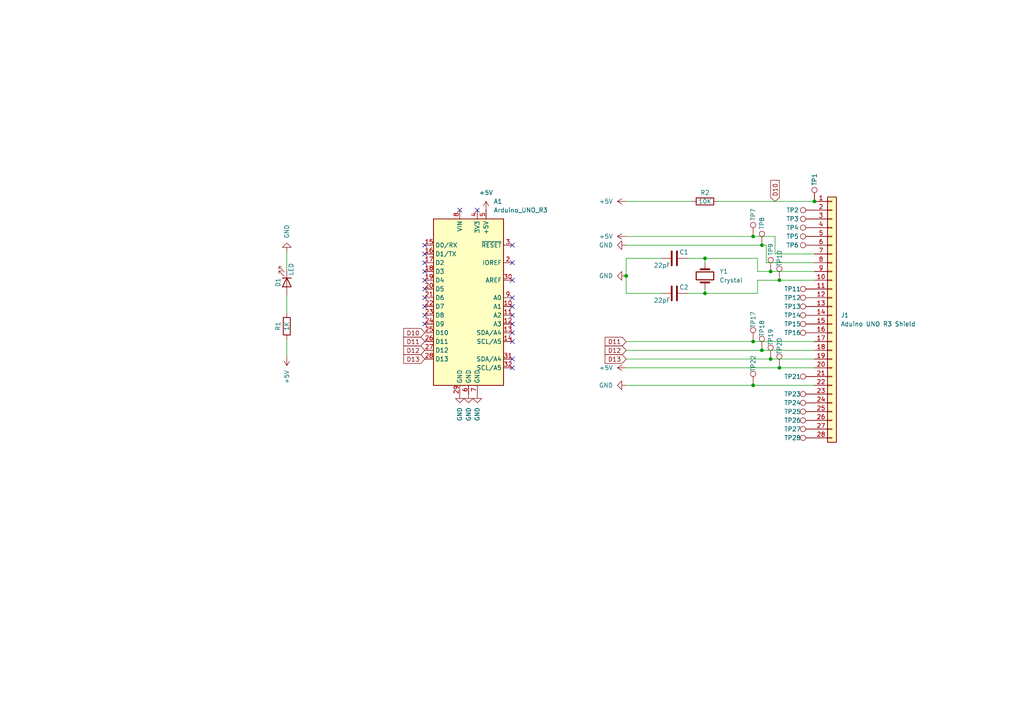
<source format=kicad_sch>
(kicad_sch (version 20230121) (generator eeschema)

  (uuid ca0bb14c-d5f9-4db2-b5d0-77a7edd042e6)

  (paper "A4")

  (lib_symbols
    (symbol "Connector:TestPoint" (pin_numbers hide) (pin_names (offset 0.762) hide) (in_bom yes) (on_board yes)
      (property "Reference" "TP" (at 0 6.858 0)
        (effects (font (size 1.27 1.27)))
      )
      (property "Value" "TestPoint" (at 0 5.08 0)
        (effects (font (size 1.27 1.27)))
      )
      (property "Footprint" "" (at 5.08 0 0)
        (effects (font (size 1.27 1.27)) hide)
      )
      (property "Datasheet" "~" (at 5.08 0 0)
        (effects (font (size 1.27 1.27)) hide)
      )
      (property "ki_keywords" "test point tp" (at 0 0 0)
        (effects (font (size 1.27 1.27)) hide)
      )
      (property "ki_description" "test point" (at 0 0 0)
        (effects (font (size 1.27 1.27)) hide)
      )
      (property "ki_fp_filters" "Pin* Test*" (at 0 0 0)
        (effects (font (size 1.27 1.27)) hide)
      )
      (symbol "TestPoint_0_1"
        (circle (center 0 3.302) (radius 0.762)
          (stroke (width 0) (type default))
          (fill (type none))
        )
      )
      (symbol "TestPoint_1_1"
        (pin passive line (at 0 0 90) (length 2.54)
          (name "1" (effects (font (size 1.27 1.27))))
          (number "1" (effects (font (size 1.27 1.27))))
        )
      )
    )
    (symbol "Connector_Generic:Conn_01x28" (pin_names (offset 1.016) hide) (in_bom yes) (on_board yes)
      (property "Reference" "J" (at 0 35.56 0)
        (effects (font (size 1.27 1.27)))
      )
      (property "Value" "Conn_01x28" (at 0 -38.1 0)
        (effects (font (size 1.27 1.27)))
      )
      (property "Footprint" "" (at 0 0 0)
        (effects (font (size 1.27 1.27)) hide)
      )
      (property "Datasheet" "~" (at 0 0 0)
        (effects (font (size 1.27 1.27)) hide)
      )
      (property "ki_keywords" "connector" (at 0 0 0)
        (effects (font (size 1.27 1.27)) hide)
      )
      (property "ki_description" "Generic connector, single row, 01x28, script generated (kicad-library-utils/schlib/autogen/connector/)" (at 0 0 0)
        (effects (font (size 1.27 1.27)) hide)
      )
      (property "ki_fp_filters" "Connector*:*_1x??_*" (at 0 0 0)
        (effects (font (size 1.27 1.27)) hide)
      )
      (symbol "Conn_01x28_1_1"
        (rectangle (start -1.27 -35.433) (end 0 -35.687)
          (stroke (width 0.1524) (type default))
          (fill (type none))
        )
        (rectangle (start -1.27 -32.893) (end 0 -33.147)
          (stroke (width 0.1524) (type default))
          (fill (type none))
        )
        (rectangle (start -1.27 -30.353) (end 0 -30.607)
          (stroke (width 0.1524) (type default))
          (fill (type none))
        )
        (rectangle (start -1.27 -27.813) (end 0 -28.067)
          (stroke (width 0.1524) (type default))
          (fill (type none))
        )
        (rectangle (start -1.27 -25.273) (end 0 -25.527)
          (stroke (width 0.1524) (type default))
          (fill (type none))
        )
        (rectangle (start -1.27 -22.733) (end 0 -22.987)
          (stroke (width 0.1524) (type default))
          (fill (type none))
        )
        (rectangle (start -1.27 -20.193) (end 0 -20.447)
          (stroke (width 0.1524) (type default))
          (fill (type none))
        )
        (rectangle (start -1.27 -17.653) (end 0 -17.907)
          (stroke (width 0.1524) (type default))
          (fill (type none))
        )
        (rectangle (start -1.27 -15.113) (end 0 -15.367)
          (stroke (width 0.1524) (type default))
          (fill (type none))
        )
        (rectangle (start -1.27 -12.573) (end 0 -12.827)
          (stroke (width 0.1524) (type default))
          (fill (type none))
        )
        (rectangle (start -1.27 -10.033) (end 0 -10.287)
          (stroke (width 0.1524) (type default))
          (fill (type none))
        )
        (rectangle (start -1.27 -7.493) (end 0 -7.747)
          (stroke (width 0.1524) (type default))
          (fill (type none))
        )
        (rectangle (start -1.27 -4.953) (end 0 -5.207)
          (stroke (width 0.1524) (type default))
          (fill (type none))
        )
        (rectangle (start -1.27 -2.413) (end 0 -2.667)
          (stroke (width 0.1524) (type default))
          (fill (type none))
        )
        (rectangle (start -1.27 0.127) (end 0 -0.127)
          (stroke (width 0.1524) (type default))
          (fill (type none))
        )
        (rectangle (start -1.27 2.667) (end 0 2.413)
          (stroke (width 0.1524) (type default))
          (fill (type none))
        )
        (rectangle (start -1.27 5.207) (end 0 4.953)
          (stroke (width 0.1524) (type default))
          (fill (type none))
        )
        (rectangle (start -1.27 7.747) (end 0 7.493)
          (stroke (width 0.1524) (type default))
          (fill (type none))
        )
        (rectangle (start -1.27 10.287) (end 0 10.033)
          (stroke (width 0.1524) (type default))
          (fill (type none))
        )
        (rectangle (start -1.27 12.827) (end 0 12.573)
          (stroke (width 0.1524) (type default))
          (fill (type none))
        )
        (rectangle (start -1.27 15.367) (end 0 15.113)
          (stroke (width 0.1524) (type default))
          (fill (type none))
        )
        (rectangle (start -1.27 17.907) (end 0 17.653)
          (stroke (width 0.1524) (type default))
          (fill (type none))
        )
        (rectangle (start -1.27 20.447) (end 0 20.193)
          (stroke (width 0.1524) (type default))
          (fill (type none))
        )
        (rectangle (start -1.27 22.987) (end 0 22.733)
          (stroke (width 0.1524) (type default))
          (fill (type none))
        )
        (rectangle (start -1.27 25.527) (end 0 25.273)
          (stroke (width 0.1524) (type default))
          (fill (type none))
        )
        (rectangle (start -1.27 28.067) (end 0 27.813)
          (stroke (width 0.1524) (type default))
          (fill (type none))
        )
        (rectangle (start -1.27 30.607) (end 0 30.353)
          (stroke (width 0.1524) (type default))
          (fill (type none))
        )
        (rectangle (start -1.27 33.147) (end 0 32.893)
          (stroke (width 0.1524) (type default))
          (fill (type none))
        )
        (rectangle (start -1.27 34.29) (end 1.27 -36.83)
          (stroke (width 0.254) (type default))
          (fill (type background))
        )
        (pin passive line (at -5.08 33.02 0) (length 3.81)
          (name "Pin_1" (effects (font (size 1.27 1.27))))
          (number "1" (effects (font (size 1.27 1.27))))
        )
        (pin passive line (at -5.08 10.16 0) (length 3.81)
          (name "Pin_10" (effects (font (size 1.27 1.27))))
          (number "10" (effects (font (size 1.27 1.27))))
        )
        (pin passive line (at -5.08 7.62 0) (length 3.81)
          (name "Pin_11" (effects (font (size 1.27 1.27))))
          (number "11" (effects (font (size 1.27 1.27))))
        )
        (pin passive line (at -5.08 5.08 0) (length 3.81)
          (name "Pin_12" (effects (font (size 1.27 1.27))))
          (number "12" (effects (font (size 1.27 1.27))))
        )
        (pin passive line (at -5.08 2.54 0) (length 3.81)
          (name "Pin_13" (effects (font (size 1.27 1.27))))
          (number "13" (effects (font (size 1.27 1.27))))
        )
        (pin passive line (at -5.08 0 0) (length 3.81)
          (name "Pin_14" (effects (font (size 1.27 1.27))))
          (number "14" (effects (font (size 1.27 1.27))))
        )
        (pin passive line (at -5.08 -2.54 0) (length 3.81)
          (name "Pin_15" (effects (font (size 1.27 1.27))))
          (number "15" (effects (font (size 1.27 1.27))))
        )
        (pin passive line (at -5.08 -5.08 0) (length 3.81)
          (name "Pin_16" (effects (font (size 1.27 1.27))))
          (number "16" (effects (font (size 1.27 1.27))))
        )
        (pin passive line (at -5.08 -7.62 0) (length 3.81)
          (name "Pin_17" (effects (font (size 1.27 1.27))))
          (number "17" (effects (font (size 1.27 1.27))))
        )
        (pin passive line (at -5.08 -10.16 0) (length 3.81)
          (name "Pin_18" (effects (font (size 1.27 1.27))))
          (number "18" (effects (font (size 1.27 1.27))))
        )
        (pin passive line (at -5.08 -12.7 0) (length 3.81)
          (name "Pin_19" (effects (font (size 1.27 1.27))))
          (number "19" (effects (font (size 1.27 1.27))))
        )
        (pin passive line (at -5.08 30.48 0) (length 3.81)
          (name "Pin_2" (effects (font (size 1.27 1.27))))
          (number "2" (effects (font (size 1.27 1.27))))
        )
        (pin passive line (at -5.08 -15.24 0) (length 3.81)
          (name "Pin_20" (effects (font (size 1.27 1.27))))
          (number "20" (effects (font (size 1.27 1.27))))
        )
        (pin passive line (at -5.08 -17.78 0) (length 3.81)
          (name "Pin_21" (effects (font (size 1.27 1.27))))
          (number "21" (effects (font (size 1.27 1.27))))
        )
        (pin passive line (at -5.08 -20.32 0) (length 3.81)
          (name "Pin_22" (effects (font (size 1.27 1.27))))
          (number "22" (effects (font (size 1.27 1.27))))
        )
        (pin passive line (at -5.08 -22.86 0) (length 3.81)
          (name "Pin_23" (effects (font (size 1.27 1.27))))
          (number "23" (effects (font (size 1.27 1.27))))
        )
        (pin passive line (at -5.08 -25.4 0) (length 3.81)
          (name "Pin_24" (effects (font (size 1.27 1.27))))
          (number "24" (effects (font (size 1.27 1.27))))
        )
        (pin passive line (at -5.08 -27.94 0) (length 3.81)
          (name "Pin_25" (effects (font (size 1.27 1.27))))
          (number "25" (effects (font (size 1.27 1.27))))
        )
        (pin passive line (at -5.08 -30.48 0) (length 3.81)
          (name "Pin_26" (effects (font (size 1.27 1.27))))
          (number "26" (effects (font (size 1.27 1.27))))
        )
        (pin passive line (at -5.08 -33.02 0) (length 3.81)
          (name "Pin_27" (effects (font (size 1.27 1.27))))
          (number "27" (effects (font (size 1.27 1.27))))
        )
        (pin passive line (at -5.08 -35.56 0) (length 3.81)
          (name "Pin_28" (effects (font (size 1.27 1.27))))
          (number "28" (effects (font (size 1.27 1.27))))
        )
        (pin passive line (at -5.08 27.94 0) (length 3.81)
          (name "Pin_3" (effects (font (size 1.27 1.27))))
          (number "3" (effects (font (size 1.27 1.27))))
        )
        (pin passive line (at -5.08 25.4 0) (length 3.81)
          (name "Pin_4" (effects (font (size 1.27 1.27))))
          (number "4" (effects (font (size 1.27 1.27))))
        )
        (pin passive line (at -5.08 22.86 0) (length 3.81)
          (name "Pin_5" (effects (font (size 1.27 1.27))))
          (number "5" (effects (font (size 1.27 1.27))))
        )
        (pin passive line (at -5.08 20.32 0) (length 3.81)
          (name "Pin_6" (effects (font (size 1.27 1.27))))
          (number "6" (effects (font (size 1.27 1.27))))
        )
        (pin passive line (at -5.08 17.78 0) (length 3.81)
          (name "Pin_7" (effects (font (size 1.27 1.27))))
          (number "7" (effects (font (size 1.27 1.27))))
        )
        (pin passive line (at -5.08 15.24 0) (length 3.81)
          (name "Pin_8" (effects (font (size 1.27 1.27))))
          (number "8" (effects (font (size 1.27 1.27))))
        )
        (pin passive line (at -5.08 12.7 0) (length 3.81)
          (name "Pin_9" (effects (font (size 1.27 1.27))))
          (number "9" (effects (font (size 1.27 1.27))))
        )
      )
    )
    (symbol "Device:C" (pin_numbers hide) (pin_names (offset 0.254)) (in_bom yes) (on_board yes)
      (property "Reference" "C" (at 0.635 2.54 0)
        (effects (font (size 1.27 1.27)) (justify left))
      )
      (property "Value" "C" (at 0.635 -2.54 0)
        (effects (font (size 1.27 1.27)) (justify left))
      )
      (property "Footprint" "" (at 0.9652 -3.81 0)
        (effects (font (size 1.27 1.27)) hide)
      )
      (property "Datasheet" "~" (at 0 0 0)
        (effects (font (size 1.27 1.27)) hide)
      )
      (property "ki_keywords" "cap capacitor" (at 0 0 0)
        (effects (font (size 1.27 1.27)) hide)
      )
      (property "ki_description" "Unpolarized capacitor" (at 0 0 0)
        (effects (font (size 1.27 1.27)) hide)
      )
      (property "ki_fp_filters" "C_*" (at 0 0 0)
        (effects (font (size 1.27 1.27)) hide)
      )
      (symbol "C_0_1"
        (polyline
          (pts
            (xy -2.032 -0.762)
            (xy 2.032 -0.762)
          )
          (stroke (width 0.508) (type default))
          (fill (type none))
        )
        (polyline
          (pts
            (xy -2.032 0.762)
            (xy 2.032 0.762)
          )
          (stroke (width 0.508) (type default))
          (fill (type none))
        )
      )
      (symbol "C_1_1"
        (pin passive line (at 0 3.81 270) (length 2.794)
          (name "~" (effects (font (size 1.27 1.27))))
          (number "1" (effects (font (size 1.27 1.27))))
        )
        (pin passive line (at 0 -3.81 90) (length 2.794)
          (name "~" (effects (font (size 1.27 1.27))))
          (number "2" (effects (font (size 1.27 1.27))))
        )
      )
    )
    (symbol "Device:Crystal" (pin_numbers hide) (pin_names (offset 1.016) hide) (in_bom yes) (on_board yes)
      (property "Reference" "Y" (at 0 3.81 0)
        (effects (font (size 1.27 1.27)))
      )
      (property "Value" "Crystal" (at 0 -3.81 0)
        (effects (font (size 1.27 1.27)))
      )
      (property "Footprint" "" (at 0 0 0)
        (effects (font (size 1.27 1.27)) hide)
      )
      (property "Datasheet" "~" (at 0 0 0)
        (effects (font (size 1.27 1.27)) hide)
      )
      (property "ki_keywords" "quartz ceramic resonator oscillator" (at 0 0 0)
        (effects (font (size 1.27 1.27)) hide)
      )
      (property "ki_description" "Two pin crystal" (at 0 0 0)
        (effects (font (size 1.27 1.27)) hide)
      )
      (property "ki_fp_filters" "Crystal*" (at 0 0 0)
        (effects (font (size 1.27 1.27)) hide)
      )
      (symbol "Crystal_0_1"
        (rectangle (start -1.143 2.54) (end 1.143 -2.54)
          (stroke (width 0.3048) (type default))
          (fill (type none))
        )
        (polyline
          (pts
            (xy -2.54 0)
            (xy -1.905 0)
          )
          (stroke (width 0) (type default))
          (fill (type none))
        )
        (polyline
          (pts
            (xy -1.905 -1.27)
            (xy -1.905 1.27)
          )
          (stroke (width 0.508) (type default))
          (fill (type none))
        )
        (polyline
          (pts
            (xy 1.905 -1.27)
            (xy 1.905 1.27)
          )
          (stroke (width 0.508) (type default))
          (fill (type none))
        )
        (polyline
          (pts
            (xy 2.54 0)
            (xy 1.905 0)
          )
          (stroke (width 0) (type default))
          (fill (type none))
        )
      )
      (symbol "Crystal_1_1"
        (pin passive line (at -3.81 0 0) (length 1.27)
          (name "1" (effects (font (size 1.27 1.27))))
          (number "1" (effects (font (size 1.27 1.27))))
        )
        (pin passive line (at 3.81 0 180) (length 1.27)
          (name "2" (effects (font (size 1.27 1.27))))
          (number "2" (effects (font (size 1.27 1.27))))
        )
      )
    )
    (symbol "Device:LED" (pin_numbers hide) (pin_names (offset 1.016) hide) (in_bom yes) (on_board yes)
      (property "Reference" "D" (at 0 2.54 0)
        (effects (font (size 1.27 1.27)))
      )
      (property "Value" "LED" (at 0 -2.54 0)
        (effects (font (size 1.27 1.27)))
      )
      (property "Footprint" "" (at 0 0 0)
        (effects (font (size 1.27 1.27)) hide)
      )
      (property "Datasheet" "~" (at 0 0 0)
        (effects (font (size 1.27 1.27)) hide)
      )
      (property "ki_keywords" "LED diode" (at 0 0 0)
        (effects (font (size 1.27 1.27)) hide)
      )
      (property "ki_description" "Light emitting diode" (at 0 0 0)
        (effects (font (size 1.27 1.27)) hide)
      )
      (property "ki_fp_filters" "LED* LED_SMD:* LED_THT:*" (at 0 0 0)
        (effects (font (size 1.27 1.27)) hide)
      )
      (symbol "LED_0_1"
        (polyline
          (pts
            (xy -1.27 -1.27)
            (xy -1.27 1.27)
          )
          (stroke (width 0.254) (type default))
          (fill (type none))
        )
        (polyline
          (pts
            (xy -1.27 0)
            (xy 1.27 0)
          )
          (stroke (width 0) (type default))
          (fill (type none))
        )
        (polyline
          (pts
            (xy 1.27 -1.27)
            (xy 1.27 1.27)
            (xy -1.27 0)
            (xy 1.27 -1.27)
          )
          (stroke (width 0.254) (type default))
          (fill (type none))
        )
        (polyline
          (pts
            (xy -3.048 -0.762)
            (xy -4.572 -2.286)
            (xy -3.81 -2.286)
            (xy -4.572 -2.286)
            (xy -4.572 -1.524)
          )
          (stroke (width 0) (type default))
          (fill (type none))
        )
        (polyline
          (pts
            (xy -1.778 -0.762)
            (xy -3.302 -2.286)
            (xy -2.54 -2.286)
            (xy -3.302 -2.286)
            (xy -3.302 -1.524)
          )
          (stroke (width 0) (type default))
          (fill (type none))
        )
      )
      (symbol "LED_1_1"
        (pin passive line (at -3.81 0 0) (length 2.54)
          (name "K" (effects (font (size 1.27 1.27))))
          (number "1" (effects (font (size 1.27 1.27))))
        )
        (pin passive line (at 3.81 0 180) (length 2.54)
          (name "A" (effects (font (size 1.27 1.27))))
          (number "2" (effects (font (size 1.27 1.27))))
        )
      )
    )
    (symbol "Device:R" (pin_numbers hide) (pin_names (offset 0)) (in_bom yes) (on_board yes)
      (property "Reference" "R" (at 2.032 0 90)
        (effects (font (size 1.27 1.27)))
      )
      (property "Value" "R" (at 0 0 90)
        (effects (font (size 1.27 1.27)))
      )
      (property "Footprint" "" (at -1.778 0 90)
        (effects (font (size 1.27 1.27)) hide)
      )
      (property "Datasheet" "~" (at 0 0 0)
        (effects (font (size 1.27 1.27)) hide)
      )
      (property "ki_keywords" "R res resistor" (at 0 0 0)
        (effects (font (size 1.27 1.27)) hide)
      )
      (property "ki_description" "Resistor" (at 0 0 0)
        (effects (font (size 1.27 1.27)) hide)
      )
      (property "ki_fp_filters" "R_*" (at 0 0 0)
        (effects (font (size 1.27 1.27)) hide)
      )
      (symbol "R_0_1"
        (rectangle (start -1.016 -2.54) (end 1.016 2.54)
          (stroke (width 0.254) (type default))
          (fill (type none))
        )
      )
      (symbol "R_1_1"
        (pin passive line (at 0 3.81 270) (length 1.27)
          (name "~" (effects (font (size 1.27 1.27))))
          (number "1" (effects (font (size 1.27 1.27))))
        )
        (pin passive line (at 0 -3.81 90) (length 1.27)
          (name "~" (effects (font (size 1.27 1.27))))
          (number "2" (effects (font (size 1.27 1.27))))
        )
      )
    )
    (symbol "MCU_Module:Arduino_UNO_R3" (in_bom yes) (on_board yes)
      (property "Reference" "A" (at -10.16 23.495 0)
        (effects (font (size 1.27 1.27)) (justify left bottom))
      )
      (property "Value" "Arduino_UNO_R3" (at 5.08 -26.67 0)
        (effects (font (size 1.27 1.27)) (justify left top))
      )
      (property "Footprint" "Module:Arduino_UNO_R3" (at 0 0 0)
        (effects (font (size 1.27 1.27) italic) hide)
      )
      (property "Datasheet" "https://www.arduino.cc/en/Main/arduinoBoardUno" (at 0 0 0)
        (effects (font (size 1.27 1.27)) hide)
      )
      (property "ki_keywords" "Arduino UNO R3 Microcontroller Module Atmel AVR USB" (at 0 0 0)
        (effects (font (size 1.27 1.27)) hide)
      )
      (property "ki_description" "Arduino UNO Microcontroller Module, release 3" (at 0 0 0)
        (effects (font (size 1.27 1.27)) hide)
      )
      (property "ki_fp_filters" "Arduino*UNO*R3*" (at 0 0 0)
        (effects (font (size 1.27 1.27)) hide)
      )
      (symbol "Arduino_UNO_R3_0_1"
        (rectangle (start -10.16 22.86) (end 10.16 -25.4)
          (stroke (width 0.254) (type default))
          (fill (type background))
        )
      )
      (symbol "Arduino_UNO_R3_1_1"
        (pin no_connect line (at -10.16 -20.32 0) (length 2.54) hide
          (name "NC" (effects (font (size 1.27 1.27))))
          (number "1" (effects (font (size 1.27 1.27))))
        )
        (pin bidirectional line (at 12.7 -2.54 180) (length 2.54)
          (name "A1" (effects (font (size 1.27 1.27))))
          (number "10" (effects (font (size 1.27 1.27))))
        )
        (pin bidirectional line (at 12.7 -5.08 180) (length 2.54)
          (name "A2" (effects (font (size 1.27 1.27))))
          (number "11" (effects (font (size 1.27 1.27))))
        )
        (pin bidirectional line (at 12.7 -7.62 180) (length 2.54)
          (name "A3" (effects (font (size 1.27 1.27))))
          (number "12" (effects (font (size 1.27 1.27))))
        )
        (pin bidirectional line (at 12.7 -10.16 180) (length 2.54)
          (name "SDA/A4" (effects (font (size 1.27 1.27))))
          (number "13" (effects (font (size 1.27 1.27))))
        )
        (pin bidirectional line (at 12.7 -12.7 180) (length 2.54)
          (name "SCL/A5" (effects (font (size 1.27 1.27))))
          (number "14" (effects (font (size 1.27 1.27))))
        )
        (pin bidirectional line (at -12.7 15.24 0) (length 2.54)
          (name "D0/RX" (effects (font (size 1.27 1.27))))
          (number "15" (effects (font (size 1.27 1.27))))
        )
        (pin bidirectional line (at -12.7 12.7 0) (length 2.54)
          (name "D1/TX" (effects (font (size 1.27 1.27))))
          (number "16" (effects (font (size 1.27 1.27))))
        )
        (pin bidirectional line (at -12.7 10.16 0) (length 2.54)
          (name "D2" (effects (font (size 1.27 1.27))))
          (number "17" (effects (font (size 1.27 1.27))))
        )
        (pin bidirectional line (at -12.7 7.62 0) (length 2.54)
          (name "D3" (effects (font (size 1.27 1.27))))
          (number "18" (effects (font (size 1.27 1.27))))
        )
        (pin bidirectional line (at -12.7 5.08 0) (length 2.54)
          (name "D4" (effects (font (size 1.27 1.27))))
          (number "19" (effects (font (size 1.27 1.27))))
        )
        (pin output line (at 12.7 10.16 180) (length 2.54)
          (name "IOREF" (effects (font (size 1.27 1.27))))
          (number "2" (effects (font (size 1.27 1.27))))
        )
        (pin bidirectional line (at -12.7 2.54 0) (length 2.54)
          (name "D5" (effects (font (size 1.27 1.27))))
          (number "20" (effects (font (size 1.27 1.27))))
        )
        (pin bidirectional line (at -12.7 0 0) (length 2.54)
          (name "D6" (effects (font (size 1.27 1.27))))
          (number "21" (effects (font (size 1.27 1.27))))
        )
        (pin bidirectional line (at -12.7 -2.54 0) (length 2.54)
          (name "D7" (effects (font (size 1.27 1.27))))
          (number "22" (effects (font (size 1.27 1.27))))
        )
        (pin bidirectional line (at -12.7 -5.08 0) (length 2.54)
          (name "D8" (effects (font (size 1.27 1.27))))
          (number "23" (effects (font (size 1.27 1.27))))
        )
        (pin bidirectional line (at -12.7 -7.62 0) (length 2.54)
          (name "D9" (effects (font (size 1.27 1.27))))
          (number "24" (effects (font (size 1.27 1.27))))
        )
        (pin bidirectional line (at -12.7 -10.16 0) (length 2.54)
          (name "D10" (effects (font (size 1.27 1.27))))
          (number "25" (effects (font (size 1.27 1.27))))
        )
        (pin bidirectional line (at -12.7 -12.7 0) (length 2.54)
          (name "D11" (effects (font (size 1.27 1.27))))
          (number "26" (effects (font (size 1.27 1.27))))
        )
        (pin bidirectional line (at -12.7 -15.24 0) (length 2.54)
          (name "D12" (effects (font (size 1.27 1.27))))
          (number "27" (effects (font (size 1.27 1.27))))
        )
        (pin bidirectional line (at -12.7 -17.78 0) (length 2.54)
          (name "D13" (effects (font (size 1.27 1.27))))
          (number "28" (effects (font (size 1.27 1.27))))
        )
        (pin power_in line (at -2.54 -27.94 90) (length 2.54)
          (name "GND" (effects (font (size 1.27 1.27))))
          (number "29" (effects (font (size 1.27 1.27))))
        )
        (pin input line (at 12.7 15.24 180) (length 2.54)
          (name "~{RESET}" (effects (font (size 1.27 1.27))))
          (number "3" (effects (font (size 1.27 1.27))))
        )
        (pin input line (at 12.7 5.08 180) (length 2.54)
          (name "AREF" (effects (font (size 1.27 1.27))))
          (number "30" (effects (font (size 1.27 1.27))))
        )
        (pin bidirectional line (at 12.7 -17.78 180) (length 2.54)
          (name "SDA/A4" (effects (font (size 1.27 1.27))))
          (number "31" (effects (font (size 1.27 1.27))))
        )
        (pin bidirectional line (at 12.7 -20.32 180) (length 2.54)
          (name "SCL/A5" (effects (font (size 1.27 1.27))))
          (number "32" (effects (font (size 1.27 1.27))))
        )
        (pin power_out line (at 2.54 25.4 270) (length 2.54)
          (name "3V3" (effects (font (size 1.27 1.27))))
          (number "4" (effects (font (size 1.27 1.27))))
        )
        (pin power_out line (at 5.08 25.4 270) (length 2.54)
          (name "+5V" (effects (font (size 1.27 1.27))))
          (number "5" (effects (font (size 1.27 1.27))))
        )
        (pin power_in line (at 0 -27.94 90) (length 2.54)
          (name "GND" (effects (font (size 1.27 1.27))))
          (number "6" (effects (font (size 1.27 1.27))))
        )
        (pin power_in line (at 2.54 -27.94 90) (length 2.54)
          (name "GND" (effects (font (size 1.27 1.27))))
          (number "7" (effects (font (size 1.27 1.27))))
        )
        (pin power_in line (at -2.54 25.4 270) (length 2.54)
          (name "VIN" (effects (font (size 1.27 1.27))))
          (number "8" (effects (font (size 1.27 1.27))))
        )
        (pin bidirectional line (at 12.7 0 180) (length 2.54)
          (name "A0" (effects (font (size 1.27 1.27))))
          (number "9" (effects (font (size 1.27 1.27))))
        )
      )
    )
    (symbol "power:+5V" (power) (pin_names (offset 0)) (in_bom yes) (on_board yes)
      (property "Reference" "#PWR" (at 0 -3.81 0)
        (effects (font (size 1.27 1.27)) hide)
      )
      (property "Value" "+5V" (at 0 3.556 0)
        (effects (font (size 1.27 1.27)))
      )
      (property "Footprint" "" (at 0 0 0)
        (effects (font (size 1.27 1.27)) hide)
      )
      (property "Datasheet" "" (at 0 0 0)
        (effects (font (size 1.27 1.27)) hide)
      )
      (property "ki_keywords" "global power" (at 0 0 0)
        (effects (font (size 1.27 1.27)) hide)
      )
      (property "ki_description" "Power symbol creates a global label with name \"+5V\"" (at 0 0 0)
        (effects (font (size 1.27 1.27)) hide)
      )
      (symbol "+5V_0_1"
        (polyline
          (pts
            (xy -0.762 1.27)
            (xy 0 2.54)
          )
          (stroke (width 0) (type default))
          (fill (type none))
        )
        (polyline
          (pts
            (xy 0 0)
            (xy 0 2.54)
          )
          (stroke (width 0) (type default))
          (fill (type none))
        )
        (polyline
          (pts
            (xy 0 2.54)
            (xy 0.762 1.27)
          )
          (stroke (width 0) (type default))
          (fill (type none))
        )
      )
      (symbol "+5V_1_1"
        (pin power_in line (at 0 0 90) (length 0) hide
          (name "+5V" (effects (font (size 1.27 1.27))))
          (number "1" (effects (font (size 1.27 1.27))))
        )
      )
    )
    (symbol "power:GND" (power) (pin_names (offset 0)) (in_bom yes) (on_board yes)
      (property "Reference" "#PWR" (at 0 -6.35 0)
        (effects (font (size 1.27 1.27)) hide)
      )
      (property "Value" "GND" (at 0 -3.81 0)
        (effects (font (size 1.27 1.27)))
      )
      (property "Footprint" "" (at 0 0 0)
        (effects (font (size 1.27 1.27)) hide)
      )
      (property "Datasheet" "" (at 0 0 0)
        (effects (font (size 1.27 1.27)) hide)
      )
      (property "ki_keywords" "global power" (at 0 0 0)
        (effects (font (size 1.27 1.27)) hide)
      )
      (property "ki_description" "Power symbol creates a global label with name \"GND\" , ground" (at 0 0 0)
        (effects (font (size 1.27 1.27)) hide)
      )
      (symbol "GND_0_1"
        (polyline
          (pts
            (xy 0 0)
            (xy 0 -1.27)
            (xy 1.27 -1.27)
            (xy 0 -2.54)
            (xy -1.27 -1.27)
            (xy 0 -1.27)
          )
          (stroke (width 0) (type default))
          (fill (type none))
        )
      )
      (symbol "GND_1_1"
        (pin power_in line (at 0 0 270) (length 0) hide
          (name "GND" (effects (font (size 1.27 1.27))))
          (number "1" (effects (font (size 1.27 1.27))))
        )
      )
    )
  )

  (junction (at 223.52 104.14) (diameter 0) (color 0 0 0 0)
    (uuid 057c637e-17dc-4056-99f6-7846f42977a7)
  )
  (junction (at 204.47 74.93) (diameter 0) (color 0 0 0 0)
    (uuid 2584eb09-95ff-4dff-afac-a14c48fd4a86)
  )
  (junction (at 218.44 68.58) (diameter 0) (color 0 0 0 0)
    (uuid 39b0373c-c662-4708-ac4e-9fbe628fffda)
  )
  (junction (at 181.61 80.01) (diameter 0) (color 0 0 0 0)
    (uuid 4f797640-d349-4e4a-aafa-6c469344b843)
  )
  (junction (at 220.98 71.12) (diameter 0) (color 0 0 0 0)
    (uuid 5552f04e-8687-4abf-8e5a-5f0ea2e00838)
  )
  (junction (at 218.44 99.06) (diameter 0) (color 0 0 0 0)
    (uuid 781e0d5a-0a4c-4fd8-aeeb-323bb0547476)
  )
  (junction (at 236.22 58.42) (diameter 0) (color 0 0 0 0)
    (uuid 8476e314-57e0-47b7-89c3-d43cc4dffea8)
  )
  (junction (at 204.47 85.09) (diameter 0) (color 0 0 0 0)
    (uuid 8e9ee640-ff4c-4681-99b2-fd0ba2ca98c6)
  )
  (junction (at 220.98 101.6) (diameter 0) (color 0 0 0 0)
    (uuid bc4e9736-8767-4de3-b0fe-2739687bb5bb)
  )
  (junction (at 223.52 78.74) (diameter 0) (color 0 0 0 0)
    (uuid d4227fa4-c2ed-40cb-86ad-f78e92c94ded)
  )
  (junction (at 218.44 111.76) (diameter 0) (color 0 0 0 0)
    (uuid e75087b7-6beb-46a6-bf30-1b7316e37ed6)
  )
  (junction (at 226.06 81.28) (diameter 0) (color 0 0 0 0)
    (uuid f97c1209-9cc6-4ab1-82cb-844bab86b4d9)
  )
  (junction (at 226.06 106.68) (diameter 0) (color 0 0 0 0)
    (uuid ff231c27-3f7c-43c0-bf73-267928204098)
  )

  (no_connect (at 148.59 71.12) (uuid 14677383-9790-4e05-85d3-e2daba7ba7e5))
  (no_connect (at 123.19 93.98) (uuid 1e3d1c86-8404-4597-be44-a110361e6407))
  (no_connect (at 123.19 91.44) (uuid 25506a9c-f6b0-49f3-9ce2-7c6450c79ec1))
  (no_connect (at 123.19 76.2) (uuid 34512cd1-936c-4b9f-a87c-5f73ceabb2ef))
  (no_connect (at 123.19 86.36) (uuid 4499a3b3-0294-4bce-aea4-b9db93854dc0))
  (no_connect (at 148.59 76.2) (uuid 4b66893f-dcb9-4cc8-9bc9-8fc4962fbc35))
  (no_connect (at 148.59 104.14) (uuid 5b762a91-281e-4385-aba8-06965cf590bf))
  (no_connect (at 123.19 78.74) (uuid 6173244b-88ca-4569-a84a-b9ce60165e0c))
  (no_connect (at 123.19 81.28) (uuid 6462b26e-8792-44f6-bcd4-0521cfd20a1e))
  (no_connect (at 123.19 73.66) (uuid 647bba7d-7795-4b21-9021-ddc01db7b3fd))
  (no_connect (at 148.59 96.52) (uuid 69c2d9f3-8917-4f1e-883e-491e94ba7dea))
  (no_connect (at 148.59 86.36) (uuid 7b56aeb5-7961-4ac2-8248-9dd8efdb76a2))
  (no_connect (at 148.59 99.06) (uuid 83cadc43-08c0-4940-be11-8987044aa281))
  (no_connect (at 123.19 88.9) (uuid 8c9026b3-2205-4386-a7f8-53b072eb167e))
  (no_connect (at 138.43 60.96) (uuid a6aed44f-23ed-4fb7-a638-796b9a524b0e))
  (no_connect (at 123.19 71.12) (uuid ac62d0cc-c682-47c5-a3a1-22f7c2a3c292))
  (no_connect (at 148.59 81.28) (uuid c7e40853-2680-4820-b611-6ae284fe686e))
  (no_connect (at 148.59 91.44) (uuid c89e0e02-1cb7-4fe5-8ee5-261474663af9))
  (no_connect (at 148.59 88.9) (uuid d552f1c3-7858-482c-8380-b33dcf43a80e))
  (no_connect (at 133.35 60.96) (uuid e8b7d979-9831-4d61-b362-3a025e4f1abe))
  (no_connect (at 148.59 93.98) (uuid eeb7755d-edd4-470d-9e28-471bdd191b57))
  (no_connect (at 123.19 83.82) (uuid f8287325-725b-454b-a3da-469e7512dfd8))
  (no_connect (at 148.59 106.68) (uuid fe39fc16-0ee2-4f82-9df2-b2ea97e3d4f2))

  (wire (pts (xy 236.22 104.14) (xy 223.52 104.14))
    (stroke (width 0) (type default))
    (uuid 00c5e2a1-2a6b-4390-8a0c-7b223640029a)
  )
  (wire (pts (xy 236.22 106.68) (xy 226.06 106.68))
    (stroke (width 0) (type default))
    (uuid 087d3263-ac3e-47d0-b434-f71c286ad937)
  )
  (wire (pts (xy 222.25 76.2) (xy 236.22 76.2))
    (stroke (width 0) (type default))
    (uuid 08ea2ac2-8e0b-4395-a3f6-942b52862ecb)
  )
  (wire (pts (xy 226.06 81.28) (xy 236.22 81.28))
    (stroke (width 0) (type default))
    (uuid 0d8b8873-e0b8-49e8-99e2-155fab64f0e6)
  )
  (wire (pts (xy 218.44 68.58) (xy 224.79 68.58))
    (stroke (width 0) (type default))
    (uuid 1271be61-b169-4a44-97e4-42c654364bab)
  )
  (wire (pts (xy 204.47 85.09) (xy 204.47 83.82))
    (stroke (width 0) (type default))
    (uuid 1691e564-ec4e-49c8-98c5-178112b09dc8)
  )
  (wire (pts (xy 83.185 103.505) (xy 83.185 98.425))
    (stroke (width 0) (type default))
    (uuid 185bd1dd-bf85-479b-867a-81caca0f963c)
  )
  (wire (pts (xy 181.61 68.58) (xy 218.44 68.58))
    (stroke (width 0) (type default))
    (uuid 18aa2b0b-1c06-496b-af8e-eccb1e42a276)
  )
  (wire (pts (xy 222.25 76.2) (xy 222.25 71.12))
    (stroke (width 0) (type default))
    (uuid 1f339dad-2b8c-416a-a4a5-0400cc356463)
  )
  (wire (pts (xy 226.06 81.28) (xy 219.71 81.28))
    (stroke (width 0) (type default))
    (uuid 26d762df-2b7b-434f-a82b-35f48109ab28)
  )
  (wire (pts (xy 223.52 104.14) (xy 181.61 104.14))
    (stroke (width 0) (type default))
    (uuid 311e1b6e-e650-436d-a4b3-a3eae18d9e92)
  )
  (wire (pts (xy 220.98 71.12) (xy 222.25 71.12))
    (stroke (width 0) (type default))
    (uuid 35b6e783-df70-46d6-84f6-305528fa1ac0)
  )
  (wire (pts (xy 181.61 58.42) (xy 200.66 58.42))
    (stroke (width 0) (type default))
    (uuid 3604862c-aed5-4c28-a4ad-e7ea3fa5c63f)
  )
  (wire (pts (xy 199.39 74.93) (xy 204.47 74.93))
    (stroke (width 0) (type default))
    (uuid 364ba623-f960-4682-86e9-e7533ff01e24)
  )
  (wire (pts (xy 236.22 73.66) (xy 224.79 73.66))
    (stroke (width 0) (type default))
    (uuid 37bcbdb1-13ef-4f96-bb23-89f181e5cc20)
  )
  (wire (pts (xy 83.185 90.805) (xy 83.185 85.725))
    (stroke (width 0) (type default))
    (uuid 3bb844ed-e3a7-45df-a45a-ba766eb9eabc)
  )
  (wire (pts (xy 219.71 81.28) (xy 219.71 85.09))
    (stroke (width 0) (type default))
    (uuid 3ebb009d-242c-494d-9128-314cf75e341e)
  )
  (wire (pts (xy 191.77 74.93) (xy 181.61 74.93))
    (stroke (width 0) (type default))
    (uuid 3ee83923-34e5-4513-9a9b-1eed4b25cf5e)
  )
  (wire (pts (xy 224.79 73.66) (xy 224.79 68.58))
    (stroke (width 0) (type default))
    (uuid 44023b84-0ad3-460e-b858-b3f808824262)
  )
  (wire (pts (xy 220.98 101.6) (xy 181.61 101.6))
    (stroke (width 0) (type default))
    (uuid 4ed567eb-fb97-4054-9ef1-38bf93b0ed17)
  )
  (wire (pts (xy 181.61 74.93) (xy 181.61 80.01))
    (stroke (width 0) (type default))
    (uuid 4fd05c66-8b4e-4053-8a27-3d2f65ac610b)
  )
  (wire (pts (xy 181.61 85.09) (xy 191.77 85.09))
    (stroke (width 0) (type default))
    (uuid 5b712c06-1984-43d4-9bcd-780e69ec54a6)
  )
  (wire (pts (xy 181.61 80.01) (xy 181.61 85.09))
    (stroke (width 0) (type default))
    (uuid 5d1e849b-53e7-4bf1-af17-b860d20b29d7)
  )
  (wire (pts (xy 226.06 106.68) (xy 181.61 106.68))
    (stroke (width 0) (type default))
    (uuid 5fcaf2f1-1b07-480a-baeb-145abb2a0c0e)
  )
  (wire (pts (xy 236.22 101.6) (xy 220.98 101.6))
    (stroke (width 0) (type default))
    (uuid 7dcc9fc4-25bd-4a5e-bb62-98e1db493352)
  )
  (wire (pts (xy 218.44 99.06) (xy 181.61 99.06))
    (stroke (width 0) (type default))
    (uuid 8cd0fe16-d254-42c6-9332-d58d6474c451)
  )
  (wire (pts (xy 199.39 85.09) (xy 204.47 85.09))
    (stroke (width 0) (type default))
    (uuid 91645a06-b26f-4d0b-8605-30ab48a35d0a)
  )
  (wire (pts (xy 204.47 74.93) (xy 204.47 76.2))
    (stroke (width 0) (type default))
    (uuid 94cba341-714b-49ba-8127-887e3183d30e)
  )
  (wire (pts (xy 204.47 74.93) (xy 219.71 74.93))
    (stroke (width 0) (type default))
    (uuid a94fa023-18e3-4f49-9757-cadccc1d535e)
  )
  (wire (pts (xy 219.71 78.74) (xy 223.52 78.74))
    (stroke (width 0) (type default))
    (uuid b0955331-f09f-4ac9-acb3-6ea4720b9b54)
  )
  (wire (pts (xy 219.71 74.93) (xy 219.71 78.74))
    (stroke (width 0) (type default))
    (uuid bff113ab-a20a-48ff-b07c-d879a563d961)
  )
  (wire (pts (xy 204.47 85.09) (xy 219.71 85.09))
    (stroke (width 0) (type default))
    (uuid c3ff1e10-f50f-400d-a422-4372c11da7f2)
  )
  (wire (pts (xy 181.61 71.12) (xy 220.98 71.12))
    (stroke (width 0) (type default))
    (uuid d21e039f-89f6-4929-8b9b-e3278202130d)
  )
  (wire (pts (xy 208.28 58.42) (xy 236.22 58.42))
    (stroke (width 0) (type default))
    (uuid d4fdb21f-5876-44c0-9cf0-49605a2d705e)
  )
  (wire (pts (xy 218.44 111.76) (xy 181.61 111.76))
    (stroke (width 0) (type default))
    (uuid e04b58a3-e893-4cdf-af40-0ecd8d1663d2)
  )
  (wire (pts (xy 236.22 111.76) (xy 218.44 111.76))
    (stroke (width 0) (type default))
    (uuid e3a89f07-98e0-48fa-b758-159057dc6744)
  )
  (wire (pts (xy 223.52 78.74) (xy 236.22 78.74))
    (stroke (width 0) (type default))
    (uuid e5d18bd2-1d31-4b5d-a71d-97f36accea1e)
  )
  (wire (pts (xy 236.22 99.06) (xy 218.44 99.06))
    (stroke (width 0) (type default))
    (uuid ef68772f-3d3c-4303-a8f3-b28223a4c187)
  )
  (wire (pts (xy 83.185 78.105) (xy 83.185 73.025))
    (stroke (width 0) (type default))
    (uuid fcbbd6d3-e8ad-4b8d-a2a3-d07cd438d762)
  )

  (global_label "D13" (shape input) (at 181.61 104.14 180) (fields_autoplaced)
    (effects (font (size 1.27 1.27)) (justify right))
    (uuid 2627ba01-8617-4949-a4b7-ebec056ca1fc)
    (property "Intersheetrefs" "${INTERSHEET_REFS}" (at 174.9358 104.14 0)
      (effects (font (size 1.27 1.27)) (justify right) hide)
    )
  )
  (global_label "D12" (shape input) (at 181.61 101.6 180) (fields_autoplaced)
    (effects (font (size 1.27 1.27)) (justify right))
    (uuid 425ce4a4-b2c9-4633-b961-5fafee95e4d1)
    (property "Intersheetrefs" "${INTERSHEET_REFS}" (at 174.9358 101.6 0)
      (effects (font (size 1.27 1.27)) (justify right) hide)
    )
  )
  (global_label "D11" (shape input) (at 181.61 99.06 180) (fields_autoplaced)
    (effects (font (size 1.27 1.27)) (justify right))
    (uuid 5e2075f7-f336-4f2e-91d3-c8aa1a9adaba)
    (property "Intersheetrefs" "${INTERSHEET_REFS}" (at 174.9358 99.06 0)
      (effects (font (size 1.27 1.27)) (justify right) hide)
    )
  )
  (global_label "D10" (shape input) (at 123.19 96.52 180) (fields_autoplaced)
    (effects (font (size 1.27 1.27)) (justify right))
    (uuid 5e9f0c7f-a7f7-4f51-a9d9-54598ec9053f)
    (property "Intersheetrefs" "${INTERSHEET_REFS}" (at 116.5158 96.52 0)
      (effects (font (size 1.27 1.27)) (justify right) hide)
    )
  )
  (global_label "D13" (shape input) (at 123.19 104.14 180) (fields_autoplaced)
    (effects (font (size 1.27 1.27)) (justify right))
    (uuid a5cae8b6-e5a4-4bb3-a453-b44d66d41f01)
    (property "Intersheetrefs" "${INTERSHEET_REFS}" (at 116.5158 104.14 0)
      (effects (font (size 1.27 1.27)) (justify right) hide)
    )
  )
  (global_label "D10" (shape input) (at 224.79 58.42 90) (fields_autoplaced)
    (effects (font (size 1.27 1.27)) (justify left))
    (uuid a92d789b-f1bc-4950-94dc-bc6a28f7ca09)
    (property "Intersheetrefs" "${INTERSHEET_REFS}" (at 224.79 51.7458 90)
      (effects (font (size 1.27 1.27)) (justify left) hide)
    )
  )
  (global_label "D12" (shape input) (at 123.19 101.6 180) (fields_autoplaced)
    (effects (font (size 1.27 1.27)) (justify right))
    (uuid c8d6a2a7-266b-4b72-8a80-b5316841a0f7)
    (property "Intersheetrefs" "${INTERSHEET_REFS}" (at 116.5158 101.6 0)
      (effects (font (size 1.27 1.27)) (justify right) hide)
    )
  )
  (global_label "D11" (shape input) (at 123.19 99.06 180) (fields_autoplaced)
    (effects (font (size 1.27 1.27)) (justify right))
    (uuid e3a288ba-0304-4d82-ab1e-14cbffd4eacb)
    (property "Intersheetrefs" "${INTERSHEET_REFS}" (at 116.5158 99.06 0)
      (effects (font (size 1.27 1.27)) (justify right) hide)
    )
  )

  (symbol (lib_id "power:+5V") (at 181.61 106.68 90) (unit 1)
    (in_bom yes) (on_board yes) (dnp no) (fields_autoplaced)
    (uuid 01b02c18-44e3-4151-9589-5c3902cfeaaf)
    (property "Reference" "#PWR05" (at 185.42 106.68 0)
      (effects (font (size 1.27 1.27)) hide)
    )
    (property "Value" "+5V" (at 177.8 106.68 90)
      (effects (font (size 1.27 1.27)) (justify left))
    )
    (property "Footprint" "" (at 181.61 106.68 0)
      (effects (font (size 1.27 1.27)) hide)
    )
    (property "Datasheet" "" (at 181.61 106.68 0)
      (effects (font (size 1.27 1.27)) hide)
    )
    (pin "1" (uuid 42f13d7b-970a-490f-a397-0659a408c5ce))
    (instances
      (project "ATMEGA Programmer"
        (path "/ca0bb14c-d5f9-4db2-b5d0-77a7edd042e6"
          (reference "#PWR05") (unit 1)
        )
      )
    )
  )

  (symbol (lib_id "power:GND") (at 83.185 73.025 180) (unit 1)
    (in_bom yes) (on_board yes) (dnp no) (fields_autoplaced)
    (uuid 02f770e5-9100-4aa6-801a-d2d34b6b5eb3)
    (property "Reference" "#PWR01" (at 83.185 66.675 0)
      (effects (font (size 1.27 1.27)) hide)
    )
    (property "Value" "GND" (at 83.185 69.215 90)
      (effects (font (size 1.27 1.27)) (justify right))
    )
    (property "Footprint" "" (at 83.185 73.025 0)
      (effects (font (size 1.27 1.27)) hide)
    )
    (property "Datasheet" "" (at 83.185 73.025 0)
      (effects (font (size 1.27 1.27)) hide)
    )
    (pin "1" (uuid a5e446c9-8b41-4b87-9cf8-cad8abc2a146))
    (instances
      (project "ATMEGA Programmer"
        (path "/ca0bb14c-d5f9-4db2-b5d0-77a7edd042e6"
          (reference "#PWR01") (unit 1)
        )
      )
    )
  )

  (symbol (lib_id "Connector:TestPoint") (at 236.22 58.42 0) (unit 1)
    (in_bom yes) (on_board yes) (dnp no)
    (uuid 08cd72e0-dd79-4f93-9218-124ac2f0b9e4)
    (property "Reference" "TP1" (at 236.22 52.07 90)
      (effects (font (size 1.27 1.27)))
    )
    (property "Value" "TestPoint" (at 238.76 55.118 90)
      (effects (font (size 1.27 1.27)) hide)
    )
    (property "Footprint" "TestPoint:TestPoint_Pad_D2.0mm" (at 241.3 58.42 0)
      (effects (font (size 1.27 1.27)) hide)
    )
    (property "Datasheet" "~" (at 241.3 58.42 0)
      (effects (font (size 1.27 1.27)) hide)
    )
    (pin "1" (uuid 1fa9b08d-87f1-4307-b639-3028249430d3))
    (instances
      (project "ATMEGA Programmer"
        (path "/ca0bb14c-d5f9-4db2-b5d0-77a7edd042e6"
          (reference "TP1") (unit 1)
        )
      )
    )
  )

  (symbol (lib_id "Connector:TestPoint") (at 223.52 104.14 0) (unit 1)
    (in_bom yes) (on_board yes) (dnp no)
    (uuid 0b808a60-53b0-4db5-a740-b5ebb15d0c74)
    (property "Reference" "TP19" (at 223.52 97.79 90)
      (effects (font (size 1.27 1.27)))
    )
    (property "Value" "TestPoint" (at 226.06 100.838 90)
      (effects (font (size 1.27 1.27)) hide)
    )
    (property "Footprint" "TestPoint:TestPoint_Pad_D2.0mm" (at 228.6 104.14 0)
      (effects (font (size 1.27 1.27)) hide)
    )
    (property "Datasheet" "~" (at 228.6 104.14 0)
      (effects (font (size 1.27 1.27)) hide)
    )
    (pin "1" (uuid e059a243-f0ed-4770-94db-d8bc76a3c6fb))
    (instances
      (project "ATMEGA Programmer"
        (path "/ca0bb14c-d5f9-4db2-b5d0-77a7edd042e6"
          (reference "TP19") (unit 1)
        )
      )
    )
  )

  (symbol (lib_id "Connector:TestPoint") (at 223.52 78.74 0) (unit 1)
    (in_bom yes) (on_board yes) (dnp no)
    (uuid 0bca5645-db0a-45d1-a73e-1c3f32b2678e)
    (property "Reference" "TP9" (at 223.52 72.39 90)
      (effects (font (size 1.27 1.27)))
    )
    (property "Value" "TestPoint" (at 226.06 75.438 90)
      (effects (font (size 1.27 1.27)) hide)
    )
    (property "Footprint" "TestPoint:TestPoint_Pad_D2.0mm" (at 228.6 78.74 0)
      (effects (font (size 1.27 1.27)) hide)
    )
    (property "Datasheet" "~" (at 228.6 78.74 0)
      (effects (font (size 1.27 1.27)) hide)
    )
    (pin "1" (uuid e48dd3df-c3cf-4a86-83df-124384c39132))
    (instances
      (project "ATMEGA Programmer"
        (path "/ca0bb14c-d5f9-4db2-b5d0-77a7edd042e6"
          (reference "TP9") (unit 1)
        )
      )
    )
  )

  (symbol (lib_id "Connector:TestPoint") (at 226.06 106.68 0) (unit 1)
    (in_bom yes) (on_board yes) (dnp no)
    (uuid 1241d246-865c-43ea-bf50-cba3497cfc68)
    (property "Reference" "TP20" (at 226.06 100.33 90)
      (effects (font (size 1.27 1.27)))
    )
    (property "Value" "TestPoint" (at 228.6 103.378 90)
      (effects (font (size 1.27 1.27)) hide)
    )
    (property "Footprint" "TestPoint:TestPoint_Pad_D2.0mm" (at 231.14 106.68 0)
      (effects (font (size 1.27 1.27)) hide)
    )
    (property "Datasheet" "~" (at 231.14 106.68 0)
      (effects (font (size 1.27 1.27)) hide)
    )
    (pin "1" (uuid 77839508-3ee5-43ca-939e-819d007f018e))
    (instances
      (project "ATMEGA Programmer"
        (path "/ca0bb14c-d5f9-4db2-b5d0-77a7edd042e6"
          (reference "TP20") (unit 1)
        )
      )
    )
  )

  (symbol (lib_id "power:GND") (at 181.61 80.01 270) (unit 1)
    (in_bom yes) (on_board yes) (dnp no)
    (uuid 144ead2c-5294-4746-b5bb-a0fdc27ec92e)
    (property "Reference" "#PWR02" (at 175.26 80.01 0)
      (effects (font (size 1.27 1.27)) hide)
    )
    (property "Value" "GND" (at 177.8 80.01 90)
      (effects (font (size 1.27 1.27)) (justify right))
    )
    (property "Footprint" "" (at 181.61 80.01 0)
      (effects (font (size 1.27 1.27)) hide)
    )
    (property "Datasheet" "" (at 181.61 80.01 0)
      (effects (font (size 1.27 1.27)) hide)
    )
    (pin "1" (uuid 2bbfb150-7007-45bb-ac58-0cf18dcf6618))
    (instances
      (project "ATMEGA Programmer"
        (path "/ca0bb14c-d5f9-4db2-b5d0-77a7edd042e6"
          (reference "#PWR02") (unit 1)
        )
      )
    )
  )

  (symbol (lib_id "Connector:TestPoint") (at 236.22 121.92 90) (unit 1)
    (in_bom yes) (on_board yes) (dnp no)
    (uuid 17d40ccd-8cce-4cf6-be69-b0b93cad7957)
    (property "Reference" "TP26" (at 229.87 121.92 90)
      (effects (font (size 1.27 1.27)))
    )
    (property "Value" "TestPoint" (at 232.918 119.38 90)
      (effects (font (size 1.27 1.27)) hide)
    )
    (property "Footprint" "TestPoint:TestPoint_Pad_D2.0mm" (at 236.22 116.84 0)
      (effects (font (size 1.27 1.27)) hide)
    )
    (property "Datasheet" "~" (at 236.22 116.84 0)
      (effects (font (size 1.27 1.27)) hide)
    )
    (pin "1" (uuid 4dc53b72-b43d-4d34-a717-b365ca5d714d))
    (instances
      (project "ATMEGA Programmer"
        (path "/ca0bb14c-d5f9-4db2-b5d0-77a7edd042e6"
          (reference "TP26") (unit 1)
        )
      )
    )
  )

  (symbol (lib_id "Connector:TestPoint") (at 236.22 71.12 90) (unit 1)
    (in_bom yes) (on_board yes) (dnp no)
    (uuid 18aa3a36-e9eb-44ae-aaa8-c4288e07231a)
    (property "Reference" "TP6" (at 229.87 71.12 90)
      (effects (font (size 1.27 1.27)))
    )
    (property "Value" "TestPoint" (at 232.918 68.58 90)
      (effects (font (size 1.27 1.27)) hide)
    )
    (property "Footprint" "TestPoint:TestPoint_Pad_D2.0mm" (at 236.22 66.04 0)
      (effects (font (size 1.27 1.27)) hide)
    )
    (property "Datasheet" "~" (at 236.22 66.04 0)
      (effects (font (size 1.27 1.27)) hide)
    )
    (pin "1" (uuid 0b974567-b562-44ce-990a-f2a167feca08))
    (instances
      (project "ATMEGA Programmer"
        (path "/ca0bb14c-d5f9-4db2-b5d0-77a7edd042e6"
          (reference "TP6") (unit 1)
        )
      )
    )
  )

  (symbol (lib_id "power:+5V") (at 83.185 103.505 180) (unit 1)
    (in_bom yes) (on_board yes) (dnp no) (fields_autoplaced)
    (uuid 286eedad-9484-45a0-ae96-febe6612fee2)
    (property "Reference" "#PWR012" (at 83.185 99.695 0)
      (effects (font (size 1.27 1.27)) hide)
    )
    (property "Value" "+5V" (at 83.185 107.315 90)
      (effects (font (size 1.27 1.27)) (justify left))
    )
    (property "Footprint" "" (at 83.185 103.505 0)
      (effects (font (size 1.27 1.27)) hide)
    )
    (property "Datasheet" "" (at 83.185 103.505 0)
      (effects (font (size 1.27 1.27)) hide)
    )
    (pin "1" (uuid 29785c88-4029-47eb-a240-d665689bcbc2))
    (instances
      (project "ATMEGA Programmer"
        (path "/ca0bb14c-d5f9-4db2-b5d0-77a7edd042e6"
          (reference "#PWR012") (unit 1)
        )
      )
    )
  )

  (symbol (lib_id "Connector:TestPoint") (at 236.22 127 90) (unit 1)
    (in_bom yes) (on_board yes) (dnp no)
    (uuid 2a4e6b27-702e-454d-8134-6b5f9bbfb9fd)
    (property "Reference" "TP28" (at 229.87 127 90)
      (effects (font (size 1.27 1.27)))
    )
    (property "Value" "TestPoint" (at 232.918 124.46 90)
      (effects (font (size 1.27 1.27)) hide)
    )
    (property "Footprint" "TestPoint:TestPoint_Pad_D2.0mm" (at 236.22 121.92 0)
      (effects (font (size 1.27 1.27)) hide)
    )
    (property "Datasheet" "~" (at 236.22 121.92 0)
      (effects (font (size 1.27 1.27)) hide)
    )
    (pin "1" (uuid 81b1d039-ff36-4583-970a-eeab0072d93b))
    (instances
      (project "ATMEGA Programmer"
        (path "/ca0bb14c-d5f9-4db2-b5d0-77a7edd042e6"
          (reference "TP28") (unit 1)
        )
      )
    )
  )

  (symbol (lib_id "power:+5V") (at 181.61 68.58 90) (unit 1)
    (in_bom yes) (on_board yes) (dnp no) (fields_autoplaced)
    (uuid 330f5e17-b59d-41d2-94f8-225debefa377)
    (property "Reference" "#PWR04" (at 185.42 68.58 0)
      (effects (font (size 1.27 1.27)) hide)
    )
    (property "Value" "+5V" (at 177.8 68.58 90)
      (effects (font (size 1.27 1.27)) (justify left))
    )
    (property "Footprint" "" (at 181.61 68.58 0)
      (effects (font (size 1.27 1.27)) hide)
    )
    (property "Datasheet" "" (at 181.61 68.58 0)
      (effects (font (size 1.27 1.27)) hide)
    )
    (pin "1" (uuid 263e348b-234f-423d-83d9-51b1088e04f3))
    (instances
      (project "ATMEGA Programmer"
        (path "/ca0bb14c-d5f9-4db2-b5d0-77a7edd042e6"
          (reference "#PWR04") (unit 1)
        )
      )
    )
  )

  (symbol (lib_id "Connector:TestPoint") (at 236.22 116.84 90) (unit 1)
    (in_bom yes) (on_board yes) (dnp no)
    (uuid 355a6436-6cc2-4308-8206-3a198897be77)
    (property "Reference" "TP24" (at 229.87 116.84 90)
      (effects (font (size 1.27 1.27)))
    )
    (property "Value" "TestPoint" (at 232.918 114.3 90)
      (effects (font (size 1.27 1.27)) hide)
    )
    (property "Footprint" "TestPoint:TestPoint_Pad_D2.0mm" (at 236.22 111.76 0)
      (effects (font (size 1.27 1.27)) hide)
    )
    (property "Datasheet" "~" (at 236.22 111.76 0)
      (effects (font (size 1.27 1.27)) hide)
    )
    (pin "1" (uuid 424b7b68-6832-406f-a889-db04b56043f6))
    (instances
      (project "ATMEGA Programmer"
        (path "/ca0bb14c-d5f9-4db2-b5d0-77a7edd042e6"
          (reference "TP24") (unit 1)
        )
      )
    )
  )

  (symbol (lib_id "power:GND") (at 138.43 114.3 0) (unit 1)
    (in_bom yes) (on_board yes) (dnp no)
    (uuid 3c2bd4c3-8c28-4ac3-b252-4b6655ddf175)
    (property "Reference" "#PWR09" (at 138.43 120.65 0)
      (effects (font (size 1.27 1.27)) hide)
    )
    (property "Value" "GND" (at 138.43 118.11 90)
      (effects (font (size 1.27 1.27)) (justify right))
    )
    (property "Footprint" "" (at 138.43 114.3 0)
      (effects (font (size 1.27 1.27)) hide)
    )
    (property "Datasheet" "" (at 138.43 114.3 0)
      (effects (font (size 1.27 1.27)) hide)
    )
    (pin "1" (uuid f0d25d81-fd79-4242-9106-fc7e2a809f8d))
    (instances
      (project "ATMEGA Programmer"
        (path "/ca0bb14c-d5f9-4db2-b5d0-77a7edd042e6"
          (reference "#PWR09") (unit 1)
        )
      )
    )
  )

  (symbol (lib_id "Connector:TestPoint") (at 236.22 96.52 90) (unit 1)
    (in_bom yes) (on_board yes) (dnp no)
    (uuid 4232618c-4b2a-4ecf-8b5e-e46854633ff2)
    (property "Reference" "TP16" (at 229.87 96.52 90)
      (effects (font (size 1.27 1.27)))
    )
    (property "Value" "TestPoint" (at 232.918 93.98 90)
      (effects (font (size 1.27 1.27)) hide)
    )
    (property "Footprint" "TestPoint:TestPoint_Pad_D2.0mm" (at 236.22 91.44 0)
      (effects (font (size 1.27 1.27)) hide)
    )
    (property "Datasheet" "~" (at 236.22 91.44 0)
      (effects (font (size 1.27 1.27)) hide)
    )
    (pin "1" (uuid 112f44ad-d57f-4899-b359-3aa1add3920c))
    (instances
      (project "ATMEGA Programmer"
        (path "/ca0bb14c-d5f9-4db2-b5d0-77a7edd042e6"
          (reference "TP16") (unit 1)
        )
      )
    )
  )

  (symbol (lib_id "Connector_Generic:Conn_01x28") (at 241.3 91.44 0) (unit 1)
    (in_bom yes) (on_board yes) (dnp no) (fields_autoplaced)
    (uuid 44db0d8d-3dff-411e-b297-f4bea4ca39db)
    (property "Reference" "J1" (at 243.84 91.44 0)
      (effects (font (size 1.27 1.27)) (justify left))
    )
    (property "Value" "Aduino UNO R3 Shield" (at 243.84 93.98 0)
      (effects (font (size 1.27 1.27)) (justify left))
    )
    (property "Footprint" "Package_DIP:DIP-28_W7.62mm_LongPads" (at 241.3 91.44 0)
      (effects (font (size 1.27 1.27)) hide)
    )
    (property "Datasheet" "~" (at 241.3 91.44 0)
      (effects (font (size 1.27 1.27)) hide)
    )
    (pin "1" (uuid ac734feb-3451-4620-a7d4-4fb5c8cd12f6))
    (pin "10" (uuid 8c99fff2-e7ea-4694-bb92-4b465ecf4775))
    (pin "11" (uuid 03b3c4f7-6d35-4b8c-9260-8498fc885b69))
    (pin "12" (uuid cf15915c-22ca-4149-81e2-0a7546d963fb))
    (pin "13" (uuid 424808fc-43c7-4f79-8056-2dc9bef4e0cf))
    (pin "14" (uuid c973c88c-def1-4653-ab56-3265a4524700))
    (pin "15" (uuid 73eb6d29-17a6-44cb-8c27-f8011387aaba))
    (pin "16" (uuid c0971dda-d0b5-409a-b96e-6039e91e3075))
    (pin "17" (uuid d130b54a-2164-46d0-9f22-0345389a8f06))
    (pin "18" (uuid 64589967-5c77-465e-8c6e-76d30e5fc9ab))
    (pin "19" (uuid 97e8a45d-ec3a-4195-8c7e-2c9eff7ec09c))
    (pin "2" (uuid 22665428-fadc-4668-b444-9f7c93c8deb2))
    (pin "20" (uuid 62697427-9f81-44a1-bf58-1fedc3a8063f))
    (pin "21" (uuid 172ba8ad-e171-4a2c-a5c9-8f3f81e1044b))
    (pin "22" (uuid ca10993b-60f0-4f46-b475-0ddd7622a99f))
    (pin "23" (uuid def59b45-b6ad-4419-8365-ac69b0f36491))
    (pin "24" (uuid 466dd016-1a8f-485f-9988-71677b58dc43))
    (pin "25" (uuid ead6d7e8-ae3c-4041-97fe-169f21525bce))
    (pin "26" (uuid b53b38f5-4fae-4308-a6d9-635595e2d441))
    (pin "27" (uuid f20fbdcd-b3b2-4523-a918-c9aafa2463d1))
    (pin "28" (uuid 0209efca-3ca1-438a-bcab-8de9ae2c0885))
    (pin "3" (uuid 2bbbacd0-1610-4fb0-8298-5b46d77131e0))
    (pin "4" (uuid 9af2451e-4395-4b04-b317-ee65bd21f7bb))
    (pin "5" (uuid 5bb75313-2882-42bc-abd5-691de689f549))
    (pin "6" (uuid 706c1540-7bd8-468a-aeb4-0af7e442b689))
    (pin "7" (uuid 0c3f5b63-a18f-4b3e-abfd-0114b0955685))
    (pin "8" (uuid f91bba76-c152-4fb3-b543-ec2a900705f5))
    (pin "9" (uuid 97e08eb9-a778-45f0-9045-e6e4a156fa2f))
    (instances
      (project "ATMEGA Programmer"
        (path "/ca0bb14c-d5f9-4db2-b5d0-77a7edd042e6"
          (reference "J1") (unit 1)
        )
      )
    )
  )

  (symbol (lib_id "Connector:TestPoint") (at 236.22 114.3 90) (unit 1)
    (in_bom yes) (on_board yes) (dnp no)
    (uuid 477e08a3-e9d9-45f0-a014-af842f1500aa)
    (property "Reference" "TP23" (at 229.87 114.3 90)
      (effects (font (size 1.27 1.27)))
    )
    (property "Value" "TestPoint" (at 232.918 111.76 90)
      (effects (font (size 1.27 1.27)) hide)
    )
    (property "Footprint" "TestPoint:TestPoint_Pad_D2.0mm" (at 236.22 109.22 0)
      (effects (font (size 1.27 1.27)) hide)
    )
    (property "Datasheet" "~" (at 236.22 109.22 0)
      (effects (font (size 1.27 1.27)) hide)
    )
    (pin "1" (uuid 492c72ce-60fc-49cb-8b9d-cbb0560dc73d))
    (instances
      (project "ATMEGA Programmer"
        (path "/ca0bb14c-d5f9-4db2-b5d0-77a7edd042e6"
          (reference "TP23") (unit 1)
        )
      )
    )
  )

  (symbol (lib_id "Connector:TestPoint") (at 236.22 83.82 90) (unit 1)
    (in_bom yes) (on_board yes) (dnp no)
    (uuid 4dd31bac-1caa-4dad-926f-e19572ff464e)
    (property "Reference" "TP11" (at 229.87 83.82 90)
      (effects (font (size 1.27 1.27)))
    )
    (property "Value" "TestPoint" (at 232.918 81.28 90)
      (effects (font (size 1.27 1.27)) hide)
    )
    (property "Footprint" "TestPoint:TestPoint_Pad_D2.0mm" (at 236.22 78.74 0)
      (effects (font (size 1.27 1.27)) hide)
    )
    (property "Datasheet" "~" (at 236.22 78.74 0)
      (effects (font (size 1.27 1.27)) hide)
    )
    (pin "1" (uuid acbb0cb8-e355-49ba-93b4-33cb53761175))
    (instances
      (project "ATMEGA Programmer"
        (path "/ca0bb14c-d5f9-4db2-b5d0-77a7edd042e6"
          (reference "TP11") (unit 1)
        )
      )
    )
  )

  (symbol (lib_id "power:GND") (at 181.61 111.76 270) (unit 1)
    (in_bom yes) (on_board yes) (dnp no) (fields_autoplaced)
    (uuid 4f8c8bb9-872c-429c-89e9-bef9c27bdf30)
    (property "Reference" "#PWR07" (at 175.26 111.76 0)
      (effects (font (size 1.27 1.27)) hide)
    )
    (property "Value" "GND" (at 177.8 111.76 90)
      (effects (font (size 1.27 1.27)) (justify right))
    )
    (property "Footprint" "" (at 181.61 111.76 0)
      (effects (font (size 1.27 1.27)) hide)
    )
    (property "Datasheet" "" (at 181.61 111.76 0)
      (effects (font (size 1.27 1.27)) hide)
    )
    (pin "1" (uuid 554d624d-b460-4d91-a29e-1544f494a417))
    (instances
      (project "ATMEGA Programmer"
        (path "/ca0bb14c-d5f9-4db2-b5d0-77a7edd042e6"
          (reference "#PWR07") (unit 1)
        )
      )
    )
  )

  (symbol (lib_id "Connector:TestPoint") (at 236.22 66.04 90) (unit 1)
    (in_bom yes) (on_board yes) (dnp no)
    (uuid 4f8f941b-2d3d-43e7-a028-078ec24743d6)
    (property "Reference" "TP4" (at 229.87 66.04 90)
      (effects (font (size 1.27 1.27)))
    )
    (property "Value" "TestPoint" (at 232.918 63.5 90)
      (effects (font (size 1.27 1.27)) hide)
    )
    (property "Footprint" "TestPoint:TestPoint_Pad_D2.0mm" (at 236.22 60.96 0)
      (effects (font (size 1.27 1.27)) hide)
    )
    (property "Datasheet" "~" (at 236.22 60.96 0)
      (effects (font (size 1.27 1.27)) hide)
    )
    (pin "1" (uuid 49820d8b-dcd1-4812-888b-cd843d36fcbe))
    (instances
      (project "ATMEGA Programmer"
        (path "/ca0bb14c-d5f9-4db2-b5d0-77a7edd042e6"
          (reference "TP4") (unit 1)
        )
      )
    )
  )

  (symbol (lib_id "power:+5V") (at 140.97 60.96 0) (unit 1)
    (in_bom yes) (on_board yes) (dnp no) (fields_autoplaced)
    (uuid 54307b6b-63ad-403b-9688-a97c07886130)
    (property "Reference" "#PWR08" (at 140.97 64.77 0)
      (effects (font (size 1.27 1.27)) hide)
    )
    (property "Value" "+5V" (at 140.97 55.88 0)
      (effects (font (size 1.27 1.27)))
    )
    (property "Footprint" "" (at 140.97 60.96 0)
      (effects (font (size 1.27 1.27)) hide)
    )
    (property "Datasheet" "" (at 140.97 60.96 0)
      (effects (font (size 1.27 1.27)) hide)
    )
    (pin "1" (uuid 77ac4a0c-625b-4918-8a4d-8dc0cd1839ea))
    (instances
      (project "ATMEGA Programmer"
        (path "/ca0bb14c-d5f9-4db2-b5d0-77a7edd042e6"
          (reference "#PWR08") (unit 1)
        )
      )
    )
  )

  (symbol (lib_id "power:GND") (at 135.89 114.3 0) (unit 1)
    (in_bom yes) (on_board yes) (dnp no)
    (uuid 58ad9ab0-f8a7-46ce-bdca-74aa9bd11f04)
    (property "Reference" "#PWR010" (at 135.89 120.65 0)
      (effects (font (size 1.27 1.27)) hide)
    )
    (property "Value" "GND" (at 135.89 118.11 90)
      (effects (font (size 1.27 1.27)) (justify right))
    )
    (property "Footprint" "" (at 135.89 114.3 0)
      (effects (font (size 1.27 1.27)) hide)
    )
    (property "Datasheet" "" (at 135.89 114.3 0)
      (effects (font (size 1.27 1.27)) hide)
    )
    (pin "1" (uuid 5fc39d1b-7486-4003-ae56-3909f4e974fc))
    (instances
      (project "ATMEGA Programmer"
        (path "/ca0bb14c-d5f9-4db2-b5d0-77a7edd042e6"
          (reference "#PWR010") (unit 1)
        )
      )
    )
  )

  (symbol (lib_id "Connector:TestPoint") (at 236.22 88.9 90) (unit 1)
    (in_bom yes) (on_board yes) (dnp no)
    (uuid 5942d835-9b8c-4766-a9c8-1f3cd17099f6)
    (property "Reference" "TP13" (at 229.87 88.9 90)
      (effects (font (size 1.27 1.27)))
    )
    (property "Value" "TestPoint" (at 232.918 86.36 90)
      (effects (font (size 1.27 1.27)) hide)
    )
    (property "Footprint" "TestPoint:TestPoint_Pad_D2.0mm" (at 236.22 83.82 0)
      (effects (font (size 1.27 1.27)) hide)
    )
    (property "Datasheet" "~" (at 236.22 83.82 0)
      (effects (font (size 1.27 1.27)) hide)
    )
    (pin "1" (uuid 07f8372f-071f-4ef8-8aba-3b9ad75ac3a4))
    (instances
      (project "ATMEGA Programmer"
        (path "/ca0bb14c-d5f9-4db2-b5d0-77a7edd042e6"
          (reference "TP13") (unit 1)
        )
      )
    )
  )

  (symbol (lib_id "Connector:TestPoint") (at 236.22 68.58 90) (unit 1)
    (in_bom yes) (on_board yes) (dnp no)
    (uuid 59dadb53-473e-45ea-8ae6-070aa244eec4)
    (property "Reference" "TP5" (at 229.87 68.58 90)
      (effects (font (size 1.27 1.27)))
    )
    (property "Value" "TestPoint" (at 232.918 66.04 90)
      (effects (font (size 1.27 1.27)) hide)
    )
    (property "Footprint" "TestPoint:TestPoint_Pad_D2.0mm" (at 236.22 63.5 0)
      (effects (font (size 1.27 1.27)) hide)
    )
    (property "Datasheet" "~" (at 236.22 63.5 0)
      (effects (font (size 1.27 1.27)) hide)
    )
    (pin "1" (uuid fee4b480-94ea-4560-9a55-1505ef6b5243))
    (instances
      (project "ATMEGA Programmer"
        (path "/ca0bb14c-d5f9-4db2-b5d0-77a7edd042e6"
          (reference "TP5") (unit 1)
        )
      )
    )
  )

  (symbol (lib_id "Connector:TestPoint") (at 236.22 63.5 90) (unit 1)
    (in_bom yes) (on_board yes) (dnp no)
    (uuid 5b3a9ba3-42cb-4ca2-8d0d-e16534ab5bb3)
    (property "Reference" "TP3" (at 229.87 63.5 90)
      (effects (font (size 1.27 1.27)))
    )
    (property "Value" "TestPoint" (at 232.918 60.96 90)
      (effects (font (size 1.27 1.27)) hide)
    )
    (property "Footprint" "TestPoint:TestPoint_Pad_D2.0mm" (at 236.22 58.42 0)
      (effects (font (size 1.27 1.27)) hide)
    )
    (property "Datasheet" "~" (at 236.22 58.42 0)
      (effects (font (size 1.27 1.27)) hide)
    )
    (pin "1" (uuid 08fa9443-75b5-48e5-a6f5-54bb950dd056))
    (instances
      (project "ATMEGA Programmer"
        (path "/ca0bb14c-d5f9-4db2-b5d0-77a7edd042e6"
          (reference "TP3") (unit 1)
        )
      )
    )
  )

  (symbol (lib_id "Device:LED") (at 83.185 81.915 270) (unit 1)
    (in_bom yes) (on_board yes) (dnp no)
    (uuid 5b4182a2-7080-4ffa-adde-eb5ba2099b9a)
    (property "Reference" "D1" (at 80.645 81.915 0)
      (effects (font (size 1.27 1.27)))
    )
    (property "Value" "LED" (at 84.455 78.105 0)
      (effects (font (size 1.27 1.27)))
    )
    (property "Footprint" "LED_THT:LED_D3.0mm" (at 83.185 81.915 0)
      (effects (font (size 1.27 1.27)) hide)
    )
    (property "Datasheet" "~" (at 83.185 81.915 0)
      (effects (font (size 1.27 1.27)) hide)
    )
    (pin "1" (uuid bff7fc54-6f7f-406b-9ff1-6e0097608038))
    (pin "2" (uuid f89e5561-687c-459b-b058-2f44c37bee78))
    (instances
      (project "ATMEGA Programmer"
        (path "/ca0bb14c-d5f9-4db2-b5d0-77a7edd042e6"
          (reference "D1") (unit 1)
        )
      )
    )
  )

  (symbol (lib_id "Device:R") (at 83.185 94.615 180) (unit 1)
    (in_bom yes) (on_board yes) (dnp no)
    (uuid 6400da68-e1ca-4d8c-8bbc-c89b27b48d33)
    (property "Reference" "R1" (at 80.645 94.615 90)
      (effects (font (size 1.27 1.27)))
    )
    (property "Value" "1K" (at 83.185 94.615 90)
      (effects (font (size 1.27 1.27)))
    )
    (property "Footprint" "Resistor_THT:R_Axial_DIN0207_L6.3mm_D2.5mm_P7.62mm_Horizontal" (at 84.963 94.615 90)
      (effects (font (size 1.27 1.27)) hide)
    )
    (property "Datasheet" "~" (at 83.185 94.615 0)
      (effects (font (size 1.27 1.27)) hide)
    )
    (pin "1" (uuid d5d77e6f-79aa-4fc1-9399-4ffb569c5652))
    (pin "2" (uuid fbe7c2ed-e29c-4c1e-992e-4c72efe6db9d))
    (instances
      (project "ATMEGA Programmer"
        (path "/ca0bb14c-d5f9-4db2-b5d0-77a7edd042e6"
          (reference "R1") (unit 1)
        )
      )
    )
  )

  (symbol (lib_id "Device:Crystal") (at 204.47 80.01 90) (unit 1)
    (in_bom yes) (on_board yes) (dnp no) (fields_autoplaced)
    (uuid 68fac5a0-64da-41cf-b844-d46870ef1540)
    (property "Reference" "Y1" (at 208.661 78.74 90)
      (effects (font (size 1.27 1.27)) (justify right))
    )
    (property "Value" "Crystal" (at 208.661 81.28 90)
      (effects (font (size 1.27 1.27)) (justify right))
    )
    (property "Footprint" "Crystal:Crystal_HC49-4H_Vertical" (at 204.47 80.01 0)
      (effects (font (size 1.27 1.27)) hide)
    )
    (property "Datasheet" "~" (at 204.47 80.01 0)
      (effects (font (size 1.27 1.27)) hide)
    )
    (pin "1" (uuid dabef1b4-b7e7-4b4c-9adf-b52f53c0e32e))
    (pin "2" (uuid aa66be5d-8edd-4e25-af04-21a08a03f0cd))
    (instances
      (project "ATMEGA Programmer"
        (path "/ca0bb14c-d5f9-4db2-b5d0-77a7edd042e6"
          (reference "Y1") (unit 1)
        )
      )
    )
  )

  (symbol (lib_id "power:GND") (at 133.35 114.3 0) (unit 1)
    (in_bom yes) (on_board yes) (dnp no)
    (uuid 6fb583ac-10aa-4aa1-8306-880aa6aca9f0)
    (property "Reference" "#PWR011" (at 133.35 120.65 0)
      (effects (font (size 1.27 1.27)) hide)
    )
    (property "Value" "GND" (at 133.35 118.11 90)
      (effects (font (size 1.27 1.27)) (justify right))
    )
    (property "Footprint" "" (at 133.35 114.3 0)
      (effects (font (size 1.27 1.27)) hide)
    )
    (property "Datasheet" "" (at 133.35 114.3 0)
      (effects (font (size 1.27 1.27)) hide)
    )
    (pin "1" (uuid e9ad028d-a925-46fb-bbb4-b8eb2fa2b2b9))
    (instances
      (project "ATMEGA Programmer"
        (path "/ca0bb14c-d5f9-4db2-b5d0-77a7edd042e6"
          (reference "#PWR011") (unit 1)
        )
      )
    )
  )

  (symbol (lib_id "Connector:TestPoint") (at 218.44 99.06 0) (unit 1)
    (in_bom yes) (on_board yes) (dnp no)
    (uuid 6fd8fd55-7975-46b2-9766-0020e047b3dc)
    (property "Reference" "TP17" (at 218.44 92.71 90)
      (effects (font (size 1.27 1.27)))
    )
    (property "Value" "TestPoint" (at 220.98 95.758 90)
      (effects (font (size 1.27 1.27)) hide)
    )
    (property "Footprint" "TestPoint:TestPoint_Pad_D2.0mm" (at 223.52 99.06 0)
      (effects (font (size 1.27 1.27)) hide)
    )
    (property "Datasheet" "~" (at 223.52 99.06 0)
      (effects (font (size 1.27 1.27)) hide)
    )
    (pin "1" (uuid b61b078b-a329-4e2b-ad8d-e1111d76c952))
    (instances
      (project "ATMEGA Programmer"
        (path "/ca0bb14c-d5f9-4db2-b5d0-77a7edd042e6"
          (reference "TP17") (unit 1)
        )
      )
    )
  )

  (symbol (lib_id "Connector:TestPoint") (at 236.22 124.46 90) (unit 1)
    (in_bom yes) (on_board yes) (dnp no)
    (uuid 78a4d95d-f9d6-4d89-8fa5-d9c7ade71e59)
    (property "Reference" "TP27" (at 229.87 124.46 90)
      (effects (font (size 1.27 1.27)))
    )
    (property "Value" "TestPoint" (at 232.918 121.92 90)
      (effects (font (size 1.27 1.27)) hide)
    )
    (property "Footprint" "TestPoint:TestPoint_Pad_D2.0mm" (at 236.22 119.38 0)
      (effects (font (size 1.27 1.27)) hide)
    )
    (property "Datasheet" "~" (at 236.22 119.38 0)
      (effects (font (size 1.27 1.27)) hide)
    )
    (pin "1" (uuid 4016fa46-e881-4059-a795-f1af2b8203cd))
    (instances
      (project "ATMEGA Programmer"
        (path "/ca0bb14c-d5f9-4db2-b5d0-77a7edd042e6"
          (reference "TP27") (unit 1)
        )
      )
    )
  )

  (symbol (lib_id "Device:C") (at 195.58 74.93 90) (unit 1)
    (in_bom yes) (on_board yes) (dnp no)
    (uuid 7d608bac-11e1-4500-b2a0-d902c055d9ce)
    (property "Reference" "C1" (at 198.374 73.152 90)
      (effects (font (size 1.27 1.27)))
    )
    (property "Value" "22pF" (at 192.024 76.962 90)
      (effects (font (size 1.27 1.27)))
    )
    (property "Footprint" "Capacitor_THT:C_Disc_D4.3mm_W1.9mm_P5.00mm" (at 199.39 73.9648 0)
      (effects (font (size 1.27 1.27)) hide)
    )
    (property "Datasheet" "~" (at 195.58 74.93 0)
      (effects (font (size 1.27 1.27)) hide)
    )
    (pin "1" (uuid 83a12217-0e33-443a-ba5a-ca68758fd819))
    (pin "2" (uuid aa562eec-7e70-4bdf-b3b3-aaa83ac9e30c))
    (instances
      (project "ATMEGA Programmer"
        (path "/ca0bb14c-d5f9-4db2-b5d0-77a7edd042e6"
          (reference "C1") (unit 1)
        )
      )
    )
  )

  (symbol (lib_id "Connector:TestPoint") (at 236.22 93.98 90) (unit 1)
    (in_bom yes) (on_board yes) (dnp no)
    (uuid 9dab1201-d3a4-4a3b-bf7b-d5478a6702de)
    (property "Reference" "TP15" (at 229.87 93.98 90)
      (effects (font (size 1.27 1.27)))
    )
    (property "Value" "TestPoint" (at 232.918 91.44 90)
      (effects (font (size 1.27 1.27)) hide)
    )
    (property "Footprint" "TestPoint:TestPoint_Pad_D2.0mm" (at 236.22 88.9 0)
      (effects (font (size 1.27 1.27)) hide)
    )
    (property "Datasheet" "~" (at 236.22 88.9 0)
      (effects (font (size 1.27 1.27)) hide)
    )
    (pin "1" (uuid c7222f1e-b8b1-49b2-bd87-4dc00861e435))
    (instances
      (project "ATMEGA Programmer"
        (path "/ca0bb14c-d5f9-4db2-b5d0-77a7edd042e6"
          (reference "TP15") (unit 1)
        )
      )
    )
  )

  (symbol (lib_id "Connector:TestPoint") (at 236.22 119.38 90) (unit 1)
    (in_bom yes) (on_board yes) (dnp no)
    (uuid 9de4ef2a-40fd-4532-b561-7c972c136ef1)
    (property "Reference" "TP25" (at 229.87 119.38 90)
      (effects (font (size 1.27 1.27)))
    )
    (property "Value" "TestPoint" (at 232.918 116.84 90)
      (effects (font (size 1.27 1.27)) hide)
    )
    (property "Footprint" "TestPoint:TestPoint_Pad_D2.0mm" (at 236.22 114.3 0)
      (effects (font (size 1.27 1.27)) hide)
    )
    (property "Datasheet" "~" (at 236.22 114.3 0)
      (effects (font (size 1.27 1.27)) hide)
    )
    (pin "1" (uuid 04ee833a-5170-4e5e-89c6-b6c2260c9757))
    (instances
      (project "ATMEGA Programmer"
        (path "/ca0bb14c-d5f9-4db2-b5d0-77a7edd042e6"
          (reference "TP25") (unit 1)
        )
      )
    )
  )

  (symbol (lib_id "Connector:TestPoint") (at 226.06 81.28 0) (unit 1)
    (in_bom yes) (on_board yes) (dnp no)
    (uuid a133007d-65b7-414e-b268-405bb795684f)
    (property "Reference" "TP10" (at 226.06 74.93 90)
      (effects (font (size 1.27 1.27)))
    )
    (property "Value" "TestPoint" (at 228.6 77.978 90)
      (effects (font (size 1.27 1.27)) hide)
    )
    (property "Footprint" "TestPoint:TestPoint_Pad_D2.0mm" (at 231.14 81.28 0)
      (effects (font (size 1.27 1.27)) hide)
    )
    (property "Datasheet" "~" (at 231.14 81.28 0)
      (effects (font (size 1.27 1.27)) hide)
    )
    (pin "1" (uuid 8eed1a06-8e34-444f-a949-f4bf9a7a0b11))
    (instances
      (project "ATMEGA Programmer"
        (path "/ca0bb14c-d5f9-4db2-b5d0-77a7edd042e6"
          (reference "TP10") (unit 1)
        )
      )
    )
  )

  (symbol (lib_id "Connector:TestPoint") (at 218.44 68.58 0) (unit 1)
    (in_bom yes) (on_board yes) (dnp no)
    (uuid b080e0c9-69fa-45cb-9c39-4623d248fc1d)
    (property "Reference" "TP7" (at 218.44 62.23 90)
      (effects (font (size 1.27 1.27)))
    )
    (property "Value" "TestPoint" (at 220.98 65.278 90)
      (effects (font (size 1.27 1.27)) hide)
    )
    (property "Footprint" "TestPoint:TestPoint_Pad_D2.0mm" (at 223.52 68.58 0)
      (effects (font (size 1.27 1.27)) hide)
    )
    (property "Datasheet" "~" (at 223.52 68.58 0)
      (effects (font (size 1.27 1.27)) hide)
    )
    (pin "1" (uuid 170b7426-c473-4995-830c-4a25c7c6117d))
    (instances
      (project "ATMEGA Programmer"
        (path "/ca0bb14c-d5f9-4db2-b5d0-77a7edd042e6"
          (reference "TP7") (unit 1)
        )
      )
    )
  )

  (symbol (lib_id "Connector:TestPoint") (at 236.22 109.22 90) (unit 1)
    (in_bom yes) (on_board yes) (dnp no)
    (uuid b5060d5c-45e2-4caf-aec5-d23e72171536)
    (property "Reference" "TP21" (at 229.87 109.22 90)
      (effects (font (size 1.27 1.27)))
    )
    (property "Value" "TestPoint" (at 232.918 106.68 90)
      (effects (font (size 1.27 1.27)) hide)
    )
    (property "Footprint" "TestPoint:TestPoint_Pad_D2.0mm" (at 236.22 104.14 0)
      (effects (font (size 1.27 1.27)) hide)
    )
    (property "Datasheet" "~" (at 236.22 104.14 0)
      (effects (font (size 1.27 1.27)) hide)
    )
    (pin "1" (uuid bba076e6-d5c1-46c7-a200-3e87931fd72e))
    (instances
      (project "ATMEGA Programmer"
        (path "/ca0bb14c-d5f9-4db2-b5d0-77a7edd042e6"
          (reference "TP21") (unit 1)
        )
      )
    )
  )

  (symbol (lib_id "Connector:TestPoint") (at 236.22 91.44 90) (unit 1)
    (in_bom yes) (on_board yes) (dnp no)
    (uuid ca90feb7-e23e-4edb-80c3-1994ff095c31)
    (property "Reference" "TP14" (at 229.87 91.44 90)
      (effects (font (size 1.27 1.27)))
    )
    (property "Value" "TestPoint" (at 232.918 88.9 90)
      (effects (font (size 1.27 1.27)) hide)
    )
    (property "Footprint" "TestPoint:TestPoint_Pad_D2.0mm" (at 236.22 86.36 0)
      (effects (font (size 1.27 1.27)) hide)
    )
    (property "Datasheet" "~" (at 236.22 86.36 0)
      (effects (font (size 1.27 1.27)) hide)
    )
    (pin "1" (uuid 837841b8-a2b3-4568-a13c-3057b5d3ddd0))
    (instances
      (project "ATMEGA Programmer"
        (path "/ca0bb14c-d5f9-4db2-b5d0-77a7edd042e6"
          (reference "TP14") (unit 1)
        )
      )
    )
  )

  (symbol (lib_id "Connector:TestPoint") (at 218.44 111.76 0) (unit 1)
    (in_bom yes) (on_board yes) (dnp no)
    (uuid ccb98ed6-58ad-416f-a5c1-eb51badf6795)
    (property "Reference" "TP22" (at 218.44 105.41 90)
      (effects (font (size 1.27 1.27)))
    )
    (property "Value" "TestPoint" (at 220.98 108.458 90)
      (effects (font (size 1.27 1.27)) hide)
    )
    (property "Footprint" "TestPoint:TestPoint_Pad_D2.0mm" (at 223.52 111.76 0)
      (effects (font (size 1.27 1.27)) hide)
    )
    (property "Datasheet" "~" (at 223.52 111.76 0)
      (effects (font (size 1.27 1.27)) hide)
    )
    (pin "1" (uuid bb6d1d1b-0175-45c1-919e-a32d8afd7184))
    (instances
      (project "ATMEGA Programmer"
        (path "/ca0bb14c-d5f9-4db2-b5d0-77a7edd042e6"
          (reference "TP22") (unit 1)
        )
      )
    )
  )

  (symbol (lib_id "MCU_Module:Arduino_UNO_R3") (at 135.89 86.36 0) (unit 1)
    (in_bom yes) (on_board yes) (dnp no) (fields_autoplaced)
    (uuid d481302c-4a55-4d04-b0b8-9ce9ffb1262c)
    (property "Reference" "A1" (at 143.1641 58.42 0)
      (effects (font (size 1.27 1.27)) (justify left))
    )
    (property "Value" "Arduino_UNO_R3" (at 143.1641 60.96 0)
      (effects (font (size 1.27 1.27)) (justify left))
    )
    (property "Footprint" "Module:Arduino_UNO_R3" (at 135.89 86.36 0)
      (effects (font (size 1.27 1.27) italic) hide)
    )
    (property "Datasheet" "https://www.arduino.cc/en/Main/arduinoBoardUno" (at 135.89 86.36 0)
      (effects (font (size 1.27 1.27)) hide)
    )
    (pin "1" (uuid e2dd7a14-f281-4255-a061-6b3f9c849a12))
    (pin "10" (uuid 9f012ecd-e0ea-4406-9385-7edd02fbc287))
    (pin "11" (uuid 1e6ee9c9-925e-4201-979c-cef9ce8c009a))
    (pin "12" (uuid fe3e3bb6-e96e-43b2-9af7-cf147ca844cf))
    (pin "13" (uuid 8af6eaff-cda9-4935-b408-fec4417fc830))
    (pin "14" (uuid d1b1cd1b-ec9e-4c8b-8ae8-3463430c5c6e))
    (pin "15" (uuid df448575-d0a4-4466-b5c9-f10d112becc0))
    (pin "16" (uuid de6aa883-d91e-4933-b7cd-3ba1e135a8ef))
    (pin "17" (uuid b5ce0aac-36a3-4f54-b83b-46a8abdbb1a1))
    (pin "18" (uuid 17107a68-bb19-46fe-b616-a181623adeed))
    (pin "19" (uuid 920f52a1-466f-4f4e-acd0-ccc5e304599b))
    (pin "2" (uuid c489959b-df0c-4145-a25b-7542641f351b))
    (pin "20" (uuid 6fb4adf3-ea25-48c7-838d-4e446419a858))
    (pin "21" (uuid e58b91fb-0cf9-44c5-9273-eb5a2a3171ce))
    (pin "22" (uuid 35616fb9-873f-4e0a-90c0-2821bd22df80))
    (pin "23" (uuid 2b1780af-9a86-4e88-9811-1d1e9cd3eaba))
    (pin "24" (uuid ee484dc7-4cf3-4024-a579-5f27b6d3c426))
    (pin "25" (uuid 6da06454-1e81-4b60-9390-49cebd8d5143))
    (pin "26" (uuid 044e7dbd-db1e-4cef-8d43-19748fd36627))
    (pin "27" (uuid 552c0c70-e23b-4c22-8616-ebbd23d295bb))
    (pin "28" (uuid d03997da-2338-4c0c-bbbe-c9f192e3eca3))
    (pin "29" (uuid 1e274bd8-513e-44b6-afe6-8cab829ce9d6))
    (pin "3" (uuid e5359b39-486f-4332-b467-39d86b65606e))
    (pin "30" (uuid 88eff64d-fc7b-42d3-b93b-160e7583af50))
    (pin "31" (uuid 1dec201d-483f-4ec7-9281-cb722daa88e0))
    (pin "32" (uuid 2a5550bf-ae94-462e-a57d-aa698f0f9033))
    (pin "4" (uuid 6c1e631f-614e-40f7-a730-ce43bc8ec2d1))
    (pin "5" (uuid 7edc945e-dd2b-4900-8ff1-97129f297566))
    (pin "6" (uuid 81df4b81-369e-4f1d-8306-1aa5bb9a7bdf))
    (pin "7" (uuid 2f5ebf09-7b0a-4510-8295-9d4513f024ce))
    (pin "8" (uuid 2a89fcc8-c0e7-4f8b-ab80-285322bfeb81))
    (pin "9" (uuid 8f6f2ef6-76a9-4565-b56d-9adab050e44a))
    (instances
      (project "ATMEGA Programmer"
        (path "/ca0bb14c-d5f9-4db2-b5d0-77a7edd042e6"
          (reference "A1") (unit 1)
        )
      )
    )
  )

  (symbol (lib_id "power:GND") (at 181.61 71.12 270) (unit 1)
    (in_bom yes) (on_board yes) (dnp no) (fields_autoplaced)
    (uuid d9debf5f-f218-4b59-be3b-cf6e26eb074b)
    (property "Reference" "#PWR06" (at 175.26 71.12 0)
      (effects (font (size 1.27 1.27)) hide)
    )
    (property "Value" "GND" (at 177.8 71.12 90)
      (effects (font (size 1.27 1.27)) (justify right))
    )
    (property "Footprint" "" (at 181.61 71.12 0)
      (effects (font (size 1.27 1.27)) hide)
    )
    (property "Datasheet" "" (at 181.61 71.12 0)
      (effects (font (size 1.27 1.27)) hide)
    )
    (pin "1" (uuid 3e6d73dc-000a-437c-a73d-957746f0d905))
    (instances
      (project "ATMEGA Programmer"
        (path "/ca0bb14c-d5f9-4db2-b5d0-77a7edd042e6"
          (reference "#PWR06") (unit 1)
        )
      )
    )
  )

  (symbol (lib_id "Connector:TestPoint") (at 220.98 71.12 0) (unit 1)
    (in_bom yes) (on_board yes) (dnp no)
    (uuid e12c2cf7-0342-47b4-b3e1-5daa674c0c64)
    (property "Reference" "TP8" (at 220.98 64.77 90)
      (effects (font (size 1.27 1.27)))
    )
    (property "Value" "TestPoint" (at 223.52 67.818 90)
      (effects (font (size 1.27 1.27)) hide)
    )
    (property "Footprint" "TestPoint:TestPoint_Pad_D2.0mm" (at 226.06 71.12 0)
      (effects (font (size 1.27 1.27)) hide)
    )
    (property "Datasheet" "~" (at 226.06 71.12 0)
      (effects (font (size 1.27 1.27)) hide)
    )
    (pin "1" (uuid 004ed411-b793-4f87-b8a8-fb1ac3cdff9f))
    (instances
      (project "ATMEGA Programmer"
        (path "/ca0bb14c-d5f9-4db2-b5d0-77a7edd042e6"
          (reference "TP8") (unit 1)
        )
      )
    )
  )

  (symbol (lib_id "Connector:TestPoint") (at 236.22 60.96 90) (unit 1)
    (in_bom yes) (on_board yes) (dnp no)
    (uuid e3794673-29c2-4301-87ae-c60be549557b)
    (property "Reference" "TP2" (at 229.87 60.96 90)
      (effects (font (size 1.27 1.27)))
    )
    (property "Value" "TestPoint" (at 232.918 58.42 90)
      (effects (font (size 1.27 1.27)) hide)
    )
    (property "Footprint" "TestPoint:TestPoint_Pad_D2.0mm" (at 236.22 55.88 0)
      (effects (font (size 1.27 1.27)) hide)
    )
    (property "Datasheet" "~" (at 236.22 55.88 0)
      (effects (font (size 1.27 1.27)) hide)
    )
    (pin "1" (uuid 4a8e10ef-1930-4a3a-a236-2ae3680d5f40))
    (instances
      (project "ATMEGA Programmer"
        (path "/ca0bb14c-d5f9-4db2-b5d0-77a7edd042e6"
          (reference "TP2") (unit 1)
        )
      )
    )
  )

  (symbol (lib_id "Device:R") (at 204.47 58.42 90) (unit 1)
    (in_bom yes) (on_board yes) (dnp no)
    (uuid e444dca2-330d-43ef-86e5-eee0eb4ae9e8)
    (property "Reference" "R2" (at 204.47 55.88 90)
      (effects (font (size 1.27 1.27)))
    )
    (property "Value" "10K" (at 204.47 58.42 90)
      (effects (font (size 1.27 1.27)))
    )
    (property "Footprint" "Resistor_THT:R_Axial_DIN0207_L6.3mm_D2.5mm_P7.62mm_Horizontal" (at 204.47 60.198 90)
      (effects (font (size 1.27 1.27)) hide)
    )
    (property "Datasheet" "~" (at 204.47 58.42 0)
      (effects (font (size 1.27 1.27)) hide)
    )
    (pin "1" (uuid 77abe77b-efa3-4fdc-acb2-c3e3beefe08e))
    (pin "2" (uuid cacfa9e7-c0b4-4e7d-ab23-27dbec90ef03))
    (instances
      (project "ATMEGA Programmer"
        (path "/ca0bb14c-d5f9-4db2-b5d0-77a7edd042e6"
          (reference "R2") (unit 1)
        )
      )
    )
  )

  (symbol (lib_id "power:+5V") (at 181.61 58.42 90) (unit 1)
    (in_bom yes) (on_board yes) (dnp no) (fields_autoplaced)
    (uuid e4c80b42-f6b5-4abe-a2ec-f1963d7a882d)
    (property "Reference" "#PWR03" (at 185.42 58.42 0)
      (effects (font (size 1.27 1.27)) hide)
    )
    (property "Value" "+5V" (at 177.8 58.42 90)
      (effects (font (size 1.27 1.27)) (justify left))
    )
    (property "Footprint" "" (at 181.61 58.42 0)
      (effects (font (size 1.27 1.27)) hide)
    )
    (property "Datasheet" "" (at 181.61 58.42 0)
      (effects (font (size 1.27 1.27)) hide)
    )
    (pin "1" (uuid d33d7c80-d603-4ddb-bc52-916bb7eac667))
    (instances
      (project "ATMEGA Programmer"
        (path "/ca0bb14c-d5f9-4db2-b5d0-77a7edd042e6"
          (reference "#PWR03") (unit 1)
        )
      )
    )
  )

  (symbol (lib_id "Device:C") (at 195.58 85.09 90) (unit 1)
    (in_bom yes) (on_board yes) (dnp no)
    (uuid e55bc4ba-b629-4264-8b5a-0c8b524bb4e3)
    (property "Reference" "C2" (at 198.374 83.312 90)
      (effects (font (size 1.27 1.27)))
    )
    (property "Value" "22pF" (at 192.024 87.122 90)
      (effects (font (size 1.27 1.27)))
    )
    (property "Footprint" "Capacitor_THT:C_Disc_D4.3mm_W1.9mm_P5.00mm" (at 199.39 84.1248 0)
      (effects (font (size 1.27 1.27)) hide)
    )
    (property "Datasheet" "~" (at 195.58 85.09 0)
      (effects (font (size 1.27 1.27)) hide)
    )
    (pin "1" (uuid 251763a1-7c20-4d96-bcc5-a3fd9c7d1e6c))
    (pin "2" (uuid 64324cdd-ed89-46ab-8211-5fe4baecca7c))
    (instances
      (project "ATMEGA Programmer"
        (path "/ca0bb14c-d5f9-4db2-b5d0-77a7edd042e6"
          (reference "C2") (unit 1)
        )
      )
    )
  )

  (symbol (lib_id "Connector:TestPoint") (at 220.98 101.6 0) (unit 1)
    (in_bom yes) (on_board yes) (dnp no)
    (uuid e5721cdb-b24f-4c3e-af3b-cdf16b0e54ff)
    (property "Reference" "TP18" (at 220.98 95.25 90)
      (effects (font (size 1.27 1.27)))
    )
    (property "Value" "TestPoint" (at 223.52 98.298 90)
      (effects (font (size 1.27 1.27)) hide)
    )
    (property "Footprint" "TestPoint:TestPoint_Pad_D2.0mm" (at 226.06 101.6 0)
      (effects (font (size 1.27 1.27)) hide)
    )
    (property "Datasheet" "~" (at 226.06 101.6 0)
      (effects (font (size 1.27 1.27)) hide)
    )
    (pin "1" (uuid da4e87b8-1d67-4219-be96-8630891a2f7a))
    (instances
      (project "ATMEGA Programmer"
        (path "/ca0bb14c-d5f9-4db2-b5d0-77a7edd042e6"
          (reference "TP18") (unit 1)
        )
      )
    )
  )

  (symbol (lib_id "Connector:TestPoint") (at 236.22 86.36 90) (unit 1)
    (in_bom yes) (on_board yes) (dnp no)
    (uuid f5eaa227-7654-4cf2-bd8b-5fedaef94f39)
    (property "Reference" "TP12" (at 229.87 86.36 90)
      (effects (font (size 1.27 1.27)))
    )
    (property "Value" "TestPoint" (at 232.918 83.82 90)
      (effects (font (size 1.27 1.27)) hide)
    )
    (property "Footprint" "TestPoint:TestPoint_Pad_D2.0mm" (at 236.22 81.28 0)
      (effects (font (size 1.27 1.27)) hide)
    )
    (property "Datasheet" "~" (at 236.22 81.28 0)
      (effects (font (size 1.27 1.27)) hide)
    )
    (pin "1" (uuid fa74083d-e95c-4bee-b115-454002ca93cb))
    (instances
      (project "ATMEGA Programmer"
        (path "/ca0bb14c-d5f9-4db2-b5d0-77a7edd042e6"
          (reference "TP12") (unit 1)
        )
      )
    )
  )

  (sheet_instances
    (path "/" (page "1"))
  )
)

</source>
